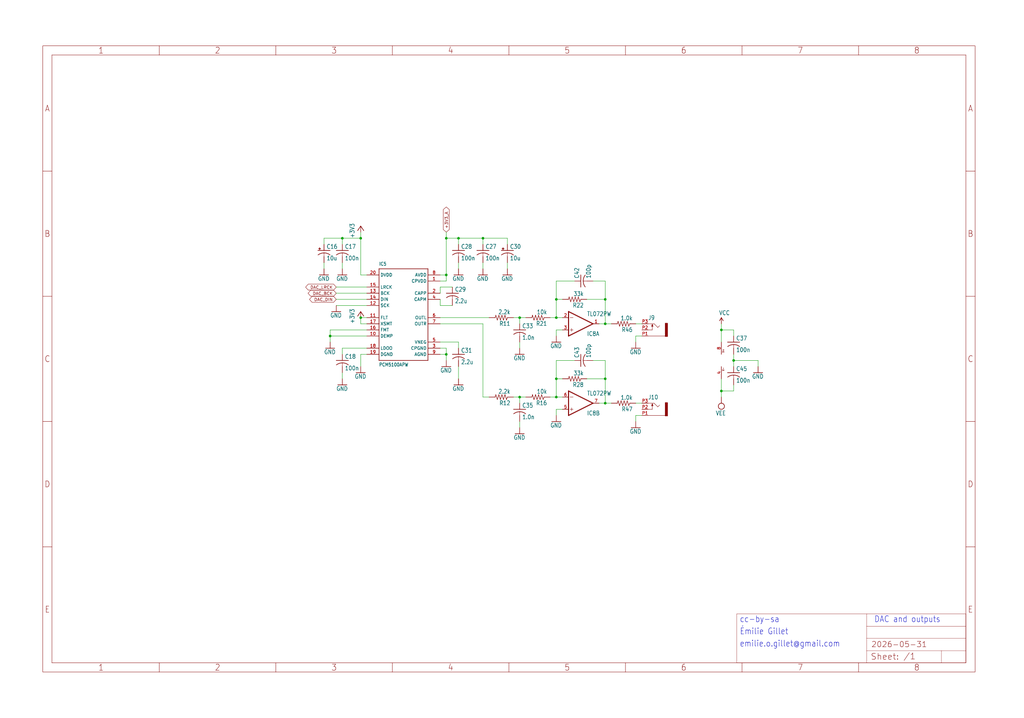
<source format=kicad_sch>
(kicad_sch
	(version 20231120)
	(generator "eeschema")
	(generator_version "8.0")
	(uuid "cd598ea0-83eb-42a5-960c-76a444a17715")
	(paper "User" 425.45 298.602)
	(lib_symbols
		(symbol "plaits4U-eagle-import:+3V3"
			(power)
			(exclude_from_sim no)
			(in_bom yes)
			(on_board yes)
			(property "Reference" "#+3V3"
				(at 0 0 0)
				(effects
					(font
						(size 1.27 1.27)
					)
					(hide yes)
				)
			)
			(property "Value" ""
				(at -2.54 -5.08 90)
				(effects
					(font
						(size 1.778 1.5113)
					)
					(justify left bottom)
				)
			)
			(property "Footprint" ""
				(at 0 0 0)
				(effects
					(font
						(size 1.27 1.27)
					)
					(hide yes)
				)
			)
			(property "Datasheet" ""
				(at 0 0 0)
				(effects
					(font
						(size 1.27 1.27)
					)
					(hide yes)
				)
			)
			(property "Description" "SUPPLY SYMBOL"
				(at 0 0 0)
				(effects
					(font
						(size 1.27 1.27)
					)
					(hide yes)
				)
			)
			(property "ki_locked" ""
				(at 0 0 0)
				(effects
					(font
						(size 1.27 1.27)
					)
				)
			)
			(symbol "+3V3_1_0"
				(polyline
					(pts
						(xy 0 0) (xy -1.27 -1.905)
					)
					(stroke
						(width 0.254)
						(type solid)
					)
					(fill
						(type none)
					)
				)
				(polyline
					(pts
						(xy 1.27 -1.905) (xy 0 0)
					)
					(stroke
						(width 0.254)
						(type solid)
					)
					(fill
						(type none)
					)
				)
				(pin power_in line
					(at 0 -2.54 90)
					(length 2.54)
					(name "+3V3"
						(effects
							(font
								(size 0 0)
							)
						)
					)
					(number "1"
						(effects
							(font
								(size 0 0)
							)
						)
					)
				)
			)
		)
		(symbol "plaits4U-eagle-import:A3L-LOC"
			(exclude_from_sim no)
			(in_bom yes)
			(on_board yes)
			(property "Reference" "#FRAME"
				(at 0 0 0)
				(effects
					(font
						(size 1.27 1.27)
					)
					(hide yes)
				)
			)
			(property "Value" ""
				(at 0 0 0)
				(effects
					(font
						(size 1.27 1.27)
					)
					(hide yes)
				)
			)
			(property "Footprint" ""
				(at 0 0 0)
				(effects
					(font
						(size 1.27 1.27)
					)
					(hide yes)
				)
			)
			(property "Datasheet" ""
				(at 0 0 0)
				(effects
					(font
						(size 1.27 1.27)
					)
					(hide yes)
				)
			)
			(property "Description" "FRAME\n\nDIN A3, landscape with location and doc. field"
				(at 0 0 0)
				(effects
					(font
						(size 1.27 1.27)
					)
					(hide yes)
				)
			)
			(property "ki_locked" ""
				(at 0 0 0)
				(effects
					(font
						(size 1.27 1.27)
					)
				)
			)
			(symbol "A3L-LOC_1_0"
				(polyline
					(pts
						(xy 0 52.07) (xy 3.81 52.07)
					)
					(stroke
						(width 0)
						(type default)
					)
					(fill
						(type none)
					)
				)
				(polyline
					(pts
						(xy 0 104.14) (xy 3.81 104.14)
					)
					(stroke
						(width 0)
						(type default)
					)
					(fill
						(type none)
					)
				)
				(polyline
					(pts
						(xy 0 156.21) (xy 3.81 156.21)
					)
					(stroke
						(width 0)
						(type default)
					)
					(fill
						(type none)
					)
				)
				(polyline
					(pts
						(xy 0 208.28) (xy 3.81 208.28)
					)
					(stroke
						(width 0)
						(type default)
					)
					(fill
						(type none)
					)
				)
				(polyline
					(pts
						(xy 3.81 3.81) (xy 3.81 256.54)
					)
					(stroke
						(width 0)
						(type default)
					)
					(fill
						(type none)
					)
				)
				(polyline
					(pts
						(xy 48.4188 0) (xy 48.4188 3.81)
					)
					(stroke
						(width 0)
						(type default)
					)
					(fill
						(type none)
					)
				)
				(polyline
					(pts
						(xy 48.4188 256.54) (xy 48.4188 260.35)
					)
					(stroke
						(width 0)
						(type default)
					)
					(fill
						(type none)
					)
				)
				(polyline
					(pts
						(xy 96.8375 0) (xy 96.8375 3.81)
					)
					(stroke
						(width 0)
						(type default)
					)
					(fill
						(type none)
					)
				)
				(polyline
					(pts
						(xy 96.8375 256.54) (xy 96.8375 260.35)
					)
					(stroke
						(width 0)
						(type default)
					)
					(fill
						(type none)
					)
				)
				(polyline
					(pts
						(xy 145.2563 0) (xy 145.2563 3.81)
					)
					(stroke
						(width 0)
						(type default)
					)
					(fill
						(type none)
					)
				)
				(polyline
					(pts
						(xy 145.2563 256.54) (xy 145.2563 260.35)
					)
					(stroke
						(width 0)
						(type default)
					)
					(fill
						(type none)
					)
				)
				(polyline
					(pts
						(xy 193.675 0) (xy 193.675 3.81)
					)
					(stroke
						(width 0)
						(type default)
					)
					(fill
						(type none)
					)
				)
				(polyline
					(pts
						(xy 193.675 256.54) (xy 193.675 260.35)
					)
					(stroke
						(width 0)
						(type default)
					)
					(fill
						(type none)
					)
				)
				(polyline
					(pts
						(xy 242.0938 0) (xy 242.0938 3.81)
					)
					(stroke
						(width 0)
						(type default)
					)
					(fill
						(type none)
					)
				)
				(polyline
					(pts
						(xy 242.0938 256.54) (xy 242.0938 260.35)
					)
					(stroke
						(width 0)
						(type default)
					)
					(fill
						(type none)
					)
				)
				(polyline
					(pts
						(xy 288.29 3.81) (xy 288.29 24.13)
					)
					(stroke
						(width 0.1016)
						(type solid)
					)
					(fill
						(type none)
					)
				)
				(polyline
					(pts
						(xy 288.29 3.81) (xy 342.265 3.81)
					)
					(stroke
						(width 0.1016)
						(type solid)
					)
					(fill
						(type none)
					)
				)
				(polyline
					(pts
						(xy 288.29 24.13) (xy 342.265 24.13)
					)
					(stroke
						(width 0.1016)
						(type solid)
					)
					(fill
						(type none)
					)
				)
				(polyline
					(pts
						(xy 290.5125 0) (xy 290.5125 3.81)
					)
					(stroke
						(width 0)
						(type default)
					)
					(fill
						(type none)
					)
				)
				(polyline
					(pts
						(xy 290.5125 256.54) (xy 290.5125 260.35)
					)
					(stroke
						(width 0)
						(type default)
					)
					(fill
						(type none)
					)
				)
				(polyline
					(pts
						(xy 338.9313 0) (xy 338.9313 3.81)
					)
					(stroke
						(width 0)
						(type default)
					)
					(fill
						(type none)
					)
				)
				(polyline
					(pts
						(xy 338.9313 256.54) (xy 338.9313 260.35)
					)
					(stroke
						(width 0)
						(type default)
					)
					(fill
						(type none)
					)
				)
				(polyline
					(pts
						(xy 342.265 3.81) (xy 373.38 3.81)
					)
					(stroke
						(width 0.1016)
						(type solid)
					)
					(fill
						(type none)
					)
				)
				(polyline
					(pts
						(xy 342.265 8.89) (xy 342.265 3.81)
					)
					(stroke
						(width 0.1016)
						(type solid)
					)
					(fill
						(type none)
					)
				)
				(polyline
					(pts
						(xy 342.265 8.89) (xy 342.265 13.97)
					)
					(stroke
						(width 0.1016)
						(type solid)
					)
					(fill
						(type none)
					)
				)
				(polyline
					(pts
						(xy 342.265 13.97) (xy 342.265 19.05)
					)
					(stroke
						(width 0.1016)
						(type solid)
					)
					(fill
						(type none)
					)
				)
				(polyline
					(pts
						(xy 342.265 13.97) (xy 383.54 13.97)
					)
					(stroke
						(width 0.1016)
						(type solid)
					)
					(fill
						(type none)
					)
				)
				(polyline
					(pts
						(xy 342.265 19.05) (xy 342.265 24.13)
					)
					(stroke
						(width 0.1016)
						(type solid)
					)
					(fill
						(type none)
					)
				)
				(polyline
					(pts
						(xy 342.265 19.05) (xy 383.54 19.05)
					)
					(stroke
						(width 0.1016)
						(type solid)
					)
					(fill
						(type none)
					)
				)
				(polyline
					(pts
						(xy 342.265 24.13) (xy 383.54 24.13)
					)
					(stroke
						(width 0.1016)
						(type solid)
					)
					(fill
						(type none)
					)
				)
				(polyline
					(pts
						(xy 373.38 3.81) (xy 373.38 8.89)
					)
					(stroke
						(width 0.1016)
						(type solid)
					)
					(fill
						(type none)
					)
				)
				(polyline
					(pts
						(xy 373.38 3.81) (xy 383.54 3.81)
					)
					(stroke
						(width 0.1016)
						(type solid)
					)
					(fill
						(type none)
					)
				)
				(polyline
					(pts
						(xy 373.38 8.89) (xy 342.265 8.89)
					)
					(stroke
						(width 0.1016)
						(type solid)
					)
					(fill
						(type none)
					)
				)
				(polyline
					(pts
						(xy 373.38 8.89) (xy 383.54 8.89)
					)
					(stroke
						(width 0.1016)
						(type solid)
					)
					(fill
						(type none)
					)
				)
				(polyline
					(pts
						(xy 383.54 3.81) (xy 3.81 3.81)
					)
					(stroke
						(width 0)
						(type default)
					)
					(fill
						(type none)
					)
				)
				(polyline
					(pts
						(xy 383.54 3.81) (xy 383.54 8.89)
					)
					(stroke
						(width 0.1016)
						(type solid)
					)
					(fill
						(type none)
					)
				)
				(polyline
					(pts
						(xy 383.54 3.81) (xy 383.54 256.54)
					)
					(stroke
						(width 0)
						(type default)
					)
					(fill
						(type none)
					)
				)
				(polyline
					(pts
						(xy 383.54 8.89) (xy 383.54 13.97)
					)
					(stroke
						(width 0.1016)
						(type solid)
					)
					(fill
						(type none)
					)
				)
				(polyline
					(pts
						(xy 383.54 13.97) (xy 383.54 19.05)
					)
					(stroke
						(width 0.1016)
						(type solid)
					)
					(fill
						(type none)
					)
				)
				(polyline
					(pts
						(xy 383.54 19.05) (xy 383.54 24.13)
					)
					(stroke
						(width 0.1016)
						(type solid)
					)
					(fill
						(type none)
					)
				)
				(polyline
					(pts
						(xy 383.54 52.07) (xy 387.35 52.07)
					)
					(stroke
						(width 0)
						(type default)
					)
					(fill
						(type none)
					)
				)
				(polyline
					(pts
						(xy 383.54 104.14) (xy 387.35 104.14)
					)
					(stroke
						(width 0)
						(type default)
					)
					(fill
						(type none)
					)
				)
				(polyline
					(pts
						(xy 383.54 156.21) (xy 387.35 156.21)
					)
					(stroke
						(width 0)
						(type default)
					)
					(fill
						(type none)
					)
				)
				(polyline
					(pts
						(xy 383.54 208.28) (xy 387.35 208.28)
					)
					(stroke
						(width 0)
						(type default)
					)
					(fill
						(type none)
					)
				)
				(polyline
					(pts
						(xy 383.54 256.54) (xy 3.81 256.54)
					)
					(stroke
						(width 0)
						(type default)
					)
					(fill
						(type none)
					)
				)
				(polyline
					(pts
						(xy 0 0) (xy 387.35 0) (xy 387.35 260.35) (xy 0 260.35) (xy 0 0)
					)
					(stroke
						(width 0)
						(type default)
					)
					(fill
						(type none)
					)
				)
				(text "${#}/${##}"
					(at 357.505 5.08 0)
					(effects
						(font
							(size 2.54 2.54)
						)
						(justify left bottom)
					)
				)
				(text "${CURRENT_DATE}"
					(at 344.17 10.16 0)
					(effects
						(font
							(size 2.286 2.286)
						)
						(justify left bottom)
					)
				)
				(text "${PROJECTNAME}"
					(at 344.17 15.24 0)
					(effects
						(font
							(size 2.54 2.54)
						)
						(justify left bottom)
					)
				)
				(text "1"
					(at 24.2094 1.905 0)
					(effects
						(font
							(size 2.54 2.286)
						)
					)
				)
				(text "1"
					(at 24.2094 258.445 0)
					(effects
						(font
							(size 2.54 2.286)
						)
					)
				)
				(text "2"
					(at 72.6281 1.905 0)
					(effects
						(font
							(size 2.54 2.286)
						)
					)
				)
				(text "2"
					(at 72.6281 258.445 0)
					(effects
						(font
							(size 2.54 2.286)
						)
					)
				)
				(text "3"
					(at 121.0469 1.905 0)
					(effects
						(font
							(size 2.54 2.286)
						)
					)
				)
				(text "3"
					(at 121.0469 258.445 0)
					(effects
						(font
							(size 2.54 2.286)
						)
					)
				)
				(text "4"
					(at 169.4656 1.905 0)
					(effects
						(font
							(size 2.54 2.286)
						)
					)
				)
				(text "4"
					(at 169.4656 258.445 0)
					(effects
						(font
							(size 2.54 2.286)
						)
					)
				)
				(text "5"
					(at 217.8844 1.905 0)
					(effects
						(font
							(size 2.54 2.286)
						)
					)
				)
				(text "5"
					(at 217.8844 258.445 0)
					(effects
						(font
							(size 2.54 2.286)
						)
					)
				)
				(text "6"
					(at 266.3031 1.905 0)
					(effects
						(font
							(size 2.54 2.286)
						)
					)
				)
				(text "6"
					(at 266.3031 258.445 0)
					(effects
						(font
							(size 2.54 2.286)
						)
					)
				)
				(text "7"
					(at 314.7219 1.905 0)
					(effects
						(font
							(size 2.54 2.286)
						)
					)
				)
				(text "7"
					(at 314.7219 258.445 0)
					(effects
						(font
							(size 2.54 2.286)
						)
					)
				)
				(text "8"
					(at 363.1406 1.905 0)
					(effects
						(font
							(size 2.54 2.286)
						)
					)
				)
				(text "8"
					(at 363.1406 258.445 0)
					(effects
						(font
							(size 2.54 2.286)
						)
					)
				)
				(text "A"
					(at 1.905 234.315 0)
					(effects
						(font
							(size 2.54 2.286)
						)
					)
				)
				(text "A"
					(at 385.445 234.315 0)
					(effects
						(font
							(size 2.54 2.286)
						)
					)
				)
				(text "B"
					(at 1.905 182.245 0)
					(effects
						(font
							(size 2.54 2.286)
						)
					)
				)
				(text "B"
					(at 385.445 182.245 0)
					(effects
						(font
							(size 2.54 2.286)
						)
					)
				)
				(text "C"
					(at 1.905 130.175 0)
					(effects
						(font
							(size 2.54 2.286)
						)
					)
				)
				(text "C"
					(at 385.445 130.175 0)
					(effects
						(font
							(size 2.54 2.286)
						)
					)
				)
				(text "D"
					(at 1.905 78.105 0)
					(effects
						(font
							(size 2.54 2.286)
						)
					)
				)
				(text "D"
					(at 385.445 78.105 0)
					(effects
						(font
							(size 2.54 2.286)
						)
					)
				)
				(text "E"
					(at 1.905 26.035 0)
					(effects
						(font
							(size 2.54 2.286)
						)
					)
				)
				(text "E"
					(at 385.445 26.035 0)
					(effects
						(font
							(size 2.54 2.286)
						)
					)
				)
				(text "Sheet:"
					(at 343.916 4.953 0)
					(effects
						(font
							(size 2.54 2.54)
						)
						(justify left bottom)
					)
				)
			)
		)
		(symbol "plaits4U-eagle-import:C-USC0402"
			(exclude_from_sim no)
			(in_bom yes)
			(on_board yes)
			(property "Reference" "C"
				(at 1.016 0.635 0)
				(effects
					(font
						(size 1.778 1.5113)
					)
					(justify left bottom)
				)
			)
			(property "Value" ""
				(at 1.016 -4.191 0)
				(effects
					(font
						(size 1.778 1.5113)
					)
					(justify left bottom)
				)
			)
			(property "Footprint" "plaits4U:C0402"
				(at 0 0 0)
				(effects
					(font
						(size 1.27 1.27)
					)
					(hide yes)
				)
			)
			(property "Datasheet" ""
				(at 0 0 0)
				(effects
					(font
						(size 1.27 1.27)
					)
					(hide yes)
				)
			)
			(property "Description" "CAPACITOR, American symbol"
				(at 0 0 0)
				(effects
					(font
						(size 1.27 1.27)
					)
					(hide yes)
				)
			)
			(property "ki_locked" ""
				(at 0 0 0)
				(effects
					(font
						(size 1.27 1.27)
					)
				)
			)
			(symbol "C-USC0402_1_0"
				(arc
					(start 0 -1.0161)
					(mid -1.302 -1.2303)
					(end -2.4668 -1.8504)
					(stroke
						(width 0.254)
						(type solid)
					)
					(fill
						(type none)
					)
				)
				(polyline
					(pts
						(xy -2.54 0) (xy 2.54 0)
					)
					(stroke
						(width 0.254)
						(type solid)
					)
					(fill
						(type none)
					)
				)
				(polyline
					(pts
						(xy 0 -1.016) (xy 0 -2.54)
					)
					(stroke
						(width 0.1524)
						(type solid)
					)
					(fill
						(type none)
					)
				)
				(arc
					(start 2.4892 -1.8541)
					(mid 1.3158 -1.2194)
					(end 0 -1)
					(stroke
						(width 0.254)
						(type solid)
					)
					(fill
						(type none)
					)
				)
				(pin passive line
					(at 0 2.54 270)
					(length 2.54)
					(name "1"
						(effects
							(font
								(size 0 0)
							)
						)
					)
					(number "1"
						(effects
							(font
								(size 0 0)
							)
						)
					)
				)
				(pin passive line
					(at 0 -5.08 90)
					(length 2.54)
					(name "2"
						(effects
							(font
								(size 0 0)
							)
						)
					)
					(number "2"
						(effects
							(font
								(size 0 0)
							)
						)
					)
				)
			)
		)
		(symbol "plaits4U-eagle-import:C-USC0805"
			(exclude_from_sim no)
			(in_bom yes)
			(on_board yes)
			(property "Reference" "C"
				(at 1.016 0.635 0)
				(effects
					(font
						(size 1.778 1.5113)
					)
					(justify left bottom)
				)
			)
			(property "Value" ""
				(at 1.016 -4.191 0)
				(effects
					(font
						(size 1.778 1.5113)
					)
					(justify left bottom)
				)
			)
			(property "Footprint" "plaits4U:C0805"
				(at 0 0 0)
				(effects
					(font
						(size 1.27 1.27)
					)
					(hide yes)
				)
			)
			(property "Datasheet" ""
				(at 0 0 0)
				(effects
					(font
						(size 1.27 1.27)
					)
					(hide yes)
				)
			)
			(property "Description" "CAPACITOR, American symbol"
				(at 0 0 0)
				(effects
					(font
						(size 1.27 1.27)
					)
					(hide yes)
				)
			)
			(property "ki_locked" ""
				(at 0 0 0)
				(effects
					(font
						(size 1.27 1.27)
					)
				)
			)
			(symbol "C-USC0805_1_0"
				(arc
					(start 0 -1.0161)
					(mid -1.302 -1.2303)
					(end -2.4668 -1.8504)
					(stroke
						(width 0.254)
						(type solid)
					)
					(fill
						(type none)
					)
				)
				(polyline
					(pts
						(xy -2.54 0) (xy 2.54 0)
					)
					(stroke
						(width 0.254)
						(type solid)
					)
					(fill
						(type none)
					)
				)
				(polyline
					(pts
						(xy 0 -1.016) (xy 0 -2.54)
					)
					(stroke
						(width 0.1524)
						(type solid)
					)
					(fill
						(type none)
					)
				)
				(arc
					(start 2.4892 -1.8541)
					(mid 1.3158 -1.2194)
					(end 0 -1)
					(stroke
						(width 0.254)
						(type solid)
					)
					(fill
						(type none)
					)
				)
				(pin passive line
					(at 0 2.54 270)
					(length 2.54)
					(name "1"
						(effects
							(font
								(size 0 0)
							)
						)
					)
					(number "1"
						(effects
							(font
								(size 0 0)
							)
						)
					)
				)
				(pin passive line
					(at 0 -5.08 90)
					(length 2.54)
					(name "2"
						(effects
							(font
								(size 0 0)
							)
						)
					)
					(number "2"
						(effects
							(font
								(size 0 0)
							)
						)
					)
				)
			)
		)
		(symbol "plaits4U-eagle-import:CPOL-USA"
			(exclude_from_sim no)
			(in_bom yes)
			(on_board yes)
			(property "Reference" "C"
				(at 1.016 0.635 0)
				(effects
					(font
						(size 1.778 1.5113)
					)
					(justify left bottom)
				)
			)
			(property "Value" ""
				(at 1.016 -4.191 0)
				(effects
					(font
						(size 1.778 1.5113)
					)
					(justify left bottom)
				)
			)
			(property "Footprint" "plaits4U:PANASONIC_A"
				(at 0 0 0)
				(effects
					(font
						(size 1.27 1.27)
					)
					(hide yes)
				)
			)
			(property "Datasheet" ""
				(at 0 0 0)
				(effects
					(font
						(size 1.27 1.27)
					)
					(hide yes)
				)
			)
			(property "Description" "POLARIZED CAPACITOR, American symbol"
				(at 0 0 0)
				(effects
					(font
						(size 1.27 1.27)
					)
					(hide yes)
				)
			)
			(property "ki_locked" ""
				(at 0 0 0)
				(effects
					(font
						(size 1.27 1.27)
					)
				)
			)
			(symbol "CPOL-USA_1_0"
				(rectangle
					(start -2.253 0.668)
					(end -1.364 0.795)
					(stroke
						(width 0)
						(type default)
					)
					(fill
						(type outline)
					)
				)
				(rectangle
					(start -1.872 0.287)
					(end -1.745 1.176)
					(stroke
						(width 0)
						(type default)
					)
					(fill
						(type outline)
					)
				)
				(arc
					(start 0 -1.0161)
					(mid -1.3021 -1.2303)
					(end -2.4669 -1.8504)
					(stroke
						(width 0.254)
						(type solid)
					)
					(fill
						(type none)
					)
				)
				(polyline
					(pts
						(xy -2.54 0) (xy 2.54 0)
					)
					(stroke
						(width 0.254)
						(type solid)
					)
					(fill
						(type none)
					)
				)
				(polyline
					(pts
						(xy 0 -1.016) (xy 0 -2.54)
					)
					(stroke
						(width 0.1524)
						(type solid)
					)
					(fill
						(type none)
					)
				)
				(arc
					(start 2.4892 -1.8541)
					(mid 1.3158 -1.2194)
					(end 0 -1)
					(stroke
						(width 0.254)
						(type solid)
					)
					(fill
						(type none)
					)
				)
				(pin passive line
					(at 0 2.54 270)
					(length 2.54)
					(name "+"
						(effects
							(font
								(size 0 0)
							)
						)
					)
					(number "+"
						(effects
							(font
								(size 0 0)
							)
						)
					)
				)
				(pin passive line
					(at 0 -5.08 90)
					(length 2.54)
					(name "-"
						(effects
							(font
								(size 0 0)
							)
						)
					)
					(number "-"
						(effects
							(font
								(size 0 0)
							)
						)
					)
				)
			)
		)
		(symbol "plaits4U-eagle-import:GND"
			(power)
			(exclude_from_sim no)
			(in_bom yes)
			(on_board yes)
			(property "Reference" "#GND"
				(at 0 0 0)
				(effects
					(font
						(size 1.27 1.27)
					)
					(hide yes)
				)
			)
			(property "Value" ""
				(at -2.54 -2.54 0)
				(effects
					(font
						(size 1.778 1.5113)
					)
					(justify left bottom)
				)
			)
			(property "Footprint" ""
				(at 0 0 0)
				(effects
					(font
						(size 1.27 1.27)
					)
					(hide yes)
				)
			)
			(property "Datasheet" ""
				(at 0 0 0)
				(effects
					(font
						(size 1.27 1.27)
					)
					(hide yes)
				)
			)
			(property "Description" "SUPPLY SYMBOL"
				(at 0 0 0)
				(effects
					(font
						(size 1.27 1.27)
					)
					(hide yes)
				)
			)
			(property "ki_locked" ""
				(at 0 0 0)
				(effects
					(font
						(size 1.27 1.27)
					)
				)
			)
			(symbol "GND_1_0"
				(polyline
					(pts
						(xy -1.905 0) (xy 1.905 0)
					)
					(stroke
						(width 0.254)
						(type solid)
					)
					(fill
						(type none)
					)
				)
				(pin power_in line
					(at 0 2.54 270)
					(length 2.54)
					(name "GND"
						(effects
							(font
								(size 0 0)
							)
						)
					)
					(number "1"
						(effects
							(font
								(size 0 0)
							)
						)
					)
				)
			)
		)
		(symbol "plaits4U-eagle-import:PCM5100PW"
			(exclude_from_sim no)
			(in_bom yes)
			(on_board yes)
			(property "Reference" "IC"
				(at -10.16 21.59 0)
				(effects
					(font
						(size 1.4224 1.209)
					)
					(justify left bottom)
				)
			)
			(property "Value" ""
				(at -10.16 -20.32 0)
				(effects
					(font
						(size 1.4224 1.209)
					)
					(justify left bottom)
				)
			)
			(property "Footprint" "plaits4U:SSOP20"
				(at 0 0 0)
				(effects
					(font
						(size 1.27 1.27)
					)
					(hide yes)
				)
			)
			(property "Datasheet" ""
				(at 0 0 0)
				(effects
					(font
						(size 1.27 1.27)
					)
					(hide yes)
				)
			)
			(property "Description" ""
				(at 0 0 0)
				(effects
					(font
						(size 1.27 1.27)
					)
					(hide yes)
				)
			)
			(property "ki_locked" ""
				(at 0 0 0)
				(effects
					(font
						(size 1.27 1.27)
					)
				)
			)
			(symbol "PCM5100PW_1_0"
				(polyline
					(pts
						(xy -10.16 -17.78) (xy -10.16 20.32)
					)
					(stroke
						(width 0.254)
						(type solid)
					)
					(fill
						(type none)
					)
				)
				(polyline
					(pts
						(xy -10.16 20.32) (xy 10.16 20.32)
					)
					(stroke
						(width 0.254)
						(type solid)
					)
					(fill
						(type none)
					)
				)
				(polyline
					(pts
						(xy 10.16 -17.78) (xy -10.16 -17.78)
					)
					(stroke
						(width 0.254)
						(type solid)
					)
					(fill
						(type none)
					)
				)
				(polyline
					(pts
						(xy 10.16 20.32) (xy 10.16 -17.78)
					)
					(stroke
						(width 0.254)
						(type solid)
					)
					(fill
						(type none)
					)
				)
				(pin bidirectional line
					(at 15.24 15.24 180)
					(length 5.08)
					(name "CPVDD"
						(effects
							(font
								(size 1.27 1.27)
							)
						)
					)
					(number "1"
						(effects
							(font
								(size 1.27 1.27)
							)
						)
					)
				)
				(pin input line
					(at -15.24 -7.62 0)
					(length 5.08)
					(name "DEMP"
						(effects
							(font
								(size 1.27 1.27)
							)
						)
					)
					(number "10"
						(effects
							(font
								(size 1.27 1.27)
							)
						)
					)
				)
				(pin input line
					(at -15.24 0 0)
					(length 5.08)
					(name "FLT"
						(effects
							(font
								(size 1.27 1.27)
							)
						)
					)
					(number "11"
						(effects
							(font
								(size 1.27 1.27)
							)
						)
					)
				)
				(pin input line
					(at -15.24 5.08 0)
					(length 5.08)
					(name "SCK"
						(effects
							(font
								(size 1.27 1.27)
							)
						)
					)
					(number "12"
						(effects
							(font
								(size 1.27 1.27)
							)
						)
					)
				)
				(pin input line
					(at -15.24 10.16 0)
					(length 5.08)
					(name "BCK"
						(effects
							(font
								(size 1.27 1.27)
							)
						)
					)
					(number "13"
						(effects
							(font
								(size 1.27 1.27)
							)
						)
					)
				)
				(pin input line
					(at -15.24 7.62 0)
					(length 5.08)
					(name "DIN"
						(effects
							(font
								(size 1.27 1.27)
							)
						)
					)
					(number "14"
						(effects
							(font
								(size 1.27 1.27)
							)
						)
					)
				)
				(pin input line
					(at -15.24 12.7 0)
					(length 5.08)
					(name "LRCK"
						(effects
							(font
								(size 1.27 1.27)
							)
						)
					)
					(number "15"
						(effects
							(font
								(size 1.27 1.27)
							)
						)
					)
				)
				(pin input line
					(at -15.24 -5.08 0)
					(length 5.08)
					(name "FMT"
						(effects
							(font
								(size 1.27 1.27)
							)
						)
					)
					(number "16"
						(effects
							(font
								(size 1.27 1.27)
							)
						)
					)
				)
				(pin input line
					(at -15.24 -2.54 0)
					(length 5.08)
					(name "XSMT"
						(effects
							(font
								(size 1.27 1.27)
							)
						)
					)
					(number "17"
						(effects
							(font
								(size 1.27 1.27)
							)
						)
					)
				)
				(pin bidirectional line
					(at -15.24 -12.7 0)
					(length 5.08)
					(name "LDOO"
						(effects
							(font
								(size 1.27 1.27)
							)
						)
					)
					(number "18"
						(effects
							(font
								(size 1.27 1.27)
							)
						)
					)
				)
				(pin power_in line
					(at -15.24 -15.24 0)
					(length 5.08)
					(name "DGND"
						(effects
							(font
								(size 1.27 1.27)
							)
						)
					)
					(number "19"
						(effects
							(font
								(size 1.27 1.27)
							)
						)
					)
				)
				(pin bidirectional line
					(at 15.24 10.16 180)
					(length 5.08)
					(name "CAPP"
						(effects
							(font
								(size 1.27 1.27)
							)
						)
					)
					(number "2"
						(effects
							(font
								(size 1.27 1.27)
							)
						)
					)
				)
				(pin power_in line
					(at -15.24 17.78 0)
					(length 5.08)
					(name "DVDD"
						(effects
							(font
								(size 1.27 1.27)
							)
						)
					)
					(number "20"
						(effects
							(font
								(size 1.27 1.27)
							)
						)
					)
				)
				(pin bidirectional line
					(at 15.24 -12.7 180)
					(length 5.08)
					(name "CPGND"
						(effects
							(font
								(size 1.27 1.27)
							)
						)
					)
					(number "3"
						(effects
							(font
								(size 1.27 1.27)
							)
						)
					)
				)
				(pin bidirectional line
					(at 15.24 7.62 180)
					(length 5.08)
					(name "CAPM"
						(effects
							(font
								(size 1.27 1.27)
							)
						)
					)
					(number "4"
						(effects
							(font
								(size 1.27 1.27)
							)
						)
					)
				)
				(pin input line
					(at 15.24 -10.16 180)
					(length 5.08)
					(name "VNEG"
						(effects
							(font
								(size 1.27 1.27)
							)
						)
					)
					(number "5"
						(effects
							(font
								(size 1.27 1.27)
							)
						)
					)
				)
				(pin output line
					(at 15.24 0 180)
					(length 5.08)
					(name "OUTL"
						(effects
							(font
								(size 1.27 1.27)
							)
						)
					)
					(number "6"
						(effects
							(font
								(size 1.27 1.27)
							)
						)
					)
				)
				(pin output line
					(at 15.24 -2.54 180)
					(length 5.08)
					(name "OUTR"
						(effects
							(font
								(size 1.27 1.27)
							)
						)
					)
					(number "7"
						(effects
							(font
								(size 1.27 1.27)
							)
						)
					)
				)
				(pin power_in line
					(at 15.24 17.78 180)
					(length 5.08)
					(name "AVDD"
						(effects
							(font
								(size 1.27 1.27)
							)
						)
					)
					(number "8"
						(effects
							(font
								(size 1.27 1.27)
							)
						)
					)
				)
				(pin power_in line
					(at 15.24 -15.24 180)
					(length 5.08)
					(name "AGND"
						(effects
							(font
								(size 1.27 1.27)
							)
						)
					)
					(number "9"
						(effects
							(font
								(size 1.27 1.27)
							)
						)
					)
				)
			)
		)
		(symbol "plaits4U-eagle-import:PJ301_THONKICONN6"
			(exclude_from_sim no)
			(in_bom yes)
			(on_board yes)
			(property "Reference" "J"
				(at -2.54 4.064 0)
				(effects
					(font
						(size 1.778 1.5113)
					)
					(justify left bottom)
				)
			)
			(property "Value" ""
				(at 0 0 0)
				(effects
					(font
						(size 1.27 1.27)
					)
					(hide yes)
				)
			)
			(property "Footprint" "plaits4U:WQP_PJ_301M6"
				(at 0 0 0)
				(effects
					(font
						(size 1.27 1.27)
					)
					(hide yes)
				)
			)
			(property "Datasheet" ""
				(at 0 0 0)
				(effects
					(font
						(size 1.27 1.27)
					)
					(hide yes)
				)
			)
			(property "Description" ""
				(at 0 0 0)
				(effects
					(font
						(size 1.27 1.27)
					)
					(hide yes)
				)
			)
			(property "ki_locked" ""
				(at 0 0 0)
				(effects
					(font
						(size 1.27 1.27)
					)
				)
			)
			(symbol "PJ301_THONKICONN6_1_0"
				(polyline
					(pts
						(xy -2.54 -2.54) (xy 4.572 -2.54)
					)
					(stroke
						(width 0.1524)
						(type solid)
					)
					(fill
						(type none)
					)
				)
				(polyline
					(pts
						(xy -2.54 0) (xy -0.762 0)
					)
					(stroke
						(width 0.1524)
						(type solid)
					)
					(fill
						(type none)
					)
				)
				(polyline
					(pts
						(xy -2.54 2.54) (xy 0 2.54)
					)
					(stroke
						(width 0.1524)
						(type solid)
					)
					(fill
						(type none)
					)
				)
				(polyline
					(pts
						(xy -1.016 1.524) (xy -0.508 1.524)
					)
					(stroke
						(width 0.254)
						(type solid)
					)
					(fill
						(type none)
					)
				)
				(polyline
					(pts
						(xy -0.762 0) (xy -0.762 2.286)
					)
					(stroke
						(width 0.1524)
						(type solid)
					)
					(fill
						(type none)
					)
				)
				(polyline
					(pts
						(xy -0.762 2.286) (xy -1.016 1.524)
					)
					(stroke
						(width 0.254)
						(type solid)
					)
					(fill
						(type none)
					)
				)
				(polyline
					(pts
						(xy -0.508 1.524) (xy -0.762 2.286)
					)
					(stroke
						(width 0.254)
						(type solid)
					)
					(fill
						(type none)
					)
				)
				(polyline
					(pts
						(xy 0 2.54) (xy 1.524 1.016)
					)
					(stroke
						(width 0.1524)
						(type solid)
					)
					(fill
						(type none)
					)
				)
				(polyline
					(pts
						(xy 1.524 1.016) (xy 2.286 1.778)
					)
					(stroke
						(width 0.1524)
						(type solid)
					)
					(fill
						(type none)
					)
				)
				(rectangle
					(start 4.572 2.794)
					(end 5.588 -2.794)
					(stroke
						(width 0)
						(type default)
					)
					(fill
						(type outline)
					)
				)
				(pin passive line
					(at -5.08 -2.54 0)
					(length 2.54)
					(name "1"
						(effects
							(font
								(size 0 0)
							)
						)
					)
					(number "P1"
						(effects
							(font
								(size 1.27 1.27)
							)
						)
					)
				)
				(pin passive line
					(at -5.08 0 0)
					(length 2.54)
					(name "2"
						(effects
							(font
								(size 0 0)
							)
						)
					)
					(number "P2"
						(effects
							(font
								(size 1.27 1.27)
							)
						)
					)
				)
				(pin passive line
					(at -5.08 2.54 0)
					(length 2.54)
					(name "3"
						(effects
							(font
								(size 0 0)
							)
						)
					)
					(number "P3"
						(effects
							(font
								(size 1.27 1.27)
							)
						)
					)
				)
			)
		)
		(symbol "plaits4U-eagle-import:R-US_R0402"
			(exclude_from_sim no)
			(in_bom yes)
			(on_board yes)
			(property "Reference" "R"
				(at -3.81 1.4986 0)
				(effects
					(font
						(size 1.778 1.5113)
					)
					(justify left bottom)
				)
			)
			(property "Value" ""
				(at -3.81 -3.302 0)
				(effects
					(font
						(size 1.778 1.5113)
					)
					(justify left bottom)
				)
			)
			(property "Footprint" "plaits4U:R0402"
				(at 0 0 0)
				(effects
					(font
						(size 1.27 1.27)
					)
					(hide yes)
				)
			)
			(property "Datasheet" ""
				(at 0 0 0)
				(effects
					(font
						(size 1.27 1.27)
					)
					(hide yes)
				)
			)
			(property "Description" "RESISTOR, American symbol"
				(at 0 0 0)
				(effects
					(font
						(size 1.27 1.27)
					)
					(hide yes)
				)
			)
			(property "ki_locked" ""
				(at 0 0 0)
				(effects
					(font
						(size 1.27 1.27)
					)
				)
			)
			(symbol "R-US_R0402_1_0"
				(polyline
					(pts
						(xy -2.54 0) (xy -2.159 1.016)
					)
					(stroke
						(width 0.2032)
						(type solid)
					)
					(fill
						(type none)
					)
				)
				(polyline
					(pts
						(xy -2.159 1.016) (xy -1.524 -1.016)
					)
					(stroke
						(width 0.2032)
						(type solid)
					)
					(fill
						(type none)
					)
				)
				(polyline
					(pts
						(xy -1.524 -1.016) (xy -0.889 1.016)
					)
					(stroke
						(width 0.2032)
						(type solid)
					)
					(fill
						(type none)
					)
				)
				(polyline
					(pts
						(xy -0.889 1.016) (xy -0.254 -1.016)
					)
					(stroke
						(width 0.2032)
						(type solid)
					)
					(fill
						(type none)
					)
				)
				(polyline
					(pts
						(xy -0.254 -1.016) (xy 0.381 1.016)
					)
					(stroke
						(width 0.2032)
						(type solid)
					)
					(fill
						(type none)
					)
				)
				(polyline
					(pts
						(xy 0.381 1.016) (xy 1.016 -1.016)
					)
					(stroke
						(width 0.2032)
						(type solid)
					)
					(fill
						(type none)
					)
				)
				(polyline
					(pts
						(xy 1.016 -1.016) (xy 1.651 1.016)
					)
					(stroke
						(width 0.2032)
						(type solid)
					)
					(fill
						(type none)
					)
				)
				(polyline
					(pts
						(xy 1.651 1.016) (xy 2.286 -1.016)
					)
					(stroke
						(width 0.2032)
						(type solid)
					)
					(fill
						(type none)
					)
				)
				(polyline
					(pts
						(xy 2.286 -1.016) (xy 2.54 0)
					)
					(stroke
						(width 0.2032)
						(type solid)
					)
					(fill
						(type none)
					)
				)
				(pin passive line
					(at -5.08 0 0)
					(length 2.54)
					(name "1"
						(effects
							(font
								(size 0 0)
							)
						)
					)
					(number "1"
						(effects
							(font
								(size 0 0)
							)
						)
					)
				)
				(pin passive line
					(at 5.08 0 180)
					(length 2.54)
					(name "2"
						(effects
							(font
								(size 0 0)
							)
						)
					)
					(number "2"
						(effects
							(font
								(size 0 0)
							)
						)
					)
				)
			)
		)
		(symbol "plaits4U-eagle-import:R-US_R0603"
			(exclude_from_sim no)
			(in_bom yes)
			(on_board yes)
			(property "Reference" "R"
				(at -3.81 1.4986 0)
				(effects
					(font
						(size 1.778 1.5113)
					)
					(justify left bottom)
				)
			)
			(property "Value" ""
				(at -3.81 -3.302 0)
				(effects
					(font
						(size 1.778 1.5113)
					)
					(justify left bottom)
				)
			)
			(property "Footprint" "plaits4U:R0603"
				(at 0 0 0)
				(effects
					(font
						(size 1.27 1.27)
					)
					(hide yes)
				)
			)
			(property "Datasheet" ""
				(at 0 0 0)
				(effects
					(font
						(size 1.27 1.27)
					)
					(hide yes)
				)
			)
			(property "Description" "RESISTOR, American symbol"
				(at 0 0 0)
				(effects
					(font
						(size 1.27 1.27)
					)
					(hide yes)
				)
			)
			(property "ki_locked" ""
				(at 0 0 0)
				(effects
					(font
						(size 1.27 1.27)
					)
				)
			)
			(symbol "R-US_R0603_1_0"
				(polyline
					(pts
						(xy -2.54 0) (xy -2.159 1.016)
					)
					(stroke
						(width 0.2032)
						(type solid)
					)
					(fill
						(type none)
					)
				)
				(polyline
					(pts
						(xy -2.159 1.016) (xy -1.524 -1.016)
					)
					(stroke
						(width 0.2032)
						(type solid)
					)
					(fill
						(type none)
					)
				)
				(polyline
					(pts
						(xy -1.524 -1.016) (xy -0.889 1.016)
					)
					(stroke
						(width 0.2032)
						(type solid)
					)
					(fill
						(type none)
					)
				)
				(polyline
					(pts
						(xy -0.889 1.016) (xy -0.254 -1.016)
					)
					(stroke
						(width 0.2032)
						(type solid)
					)
					(fill
						(type none)
					)
				)
				(polyline
					(pts
						(xy -0.254 -1.016) (xy 0.381 1.016)
					)
					(stroke
						(width 0.2032)
						(type solid)
					)
					(fill
						(type none)
					)
				)
				(polyline
					(pts
						(xy 0.381 1.016) (xy 1.016 -1.016)
					)
					(stroke
						(width 0.2032)
						(type solid)
					)
					(fill
						(type none)
					)
				)
				(polyline
					(pts
						(xy 1.016 -1.016) (xy 1.651 1.016)
					)
					(stroke
						(width 0.2032)
						(type solid)
					)
					(fill
						(type none)
					)
				)
				(polyline
					(pts
						(xy 1.651 1.016) (xy 2.286 -1.016)
					)
					(stroke
						(width 0.2032)
						(type solid)
					)
					(fill
						(type none)
					)
				)
				(polyline
					(pts
						(xy 2.286 -1.016) (xy 2.54 0)
					)
					(stroke
						(width 0.2032)
						(type solid)
					)
					(fill
						(type none)
					)
				)
				(pin passive line
					(at -5.08 0 0)
					(length 2.54)
					(name "1"
						(effects
							(font
								(size 0 0)
							)
						)
					)
					(number "1"
						(effects
							(font
								(size 0 0)
							)
						)
					)
				)
				(pin passive line
					(at 5.08 0 180)
					(length 2.54)
					(name "2"
						(effects
							(font
								(size 0 0)
							)
						)
					)
					(number "2"
						(effects
							(font
								(size 0 0)
							)
						)
					)
				)
			)
		)
		(symbol "plaits4U-eagle-import:TL072PW"
			(exclude_from_sim no)
			(in_bom yes)
			(on_board yes)
			(property "Reference" "IC"
				(at 2.54 3.175 0)
				(effects
					(font
						(size 1.778 1.5113)
					)
					(justify left bottom)
					(hide yes)
				)
			)
			(property "Value" ""
				(at 2.54 -5.08 0)
				(effects
					(font
						(size 1.778 1.5113)
					)
					(justify left bottom)
					(hide yes)
				)
			)
			(property "Footprint" "plaits4U:TSSOP08"
				(at 0 0 0)
				(effects
					(font
						(size 1.27 1.27)
					)
					(hide yes)
				)
			)
			(property "Datasheet" ""
				(at 0 0 0)
				(effects
					(font
						(size 1.27 1.27)
					)
					(hide yes)
				)
			)
			(property "Description" "OP AMP"
				(at 0 0 0)
				(effects
					(font
						(size 1.27 1.27)
					)
					(hide yes)
				)
			)
			(property "ki_locked" ""
				(at 0 0 0)
				(effects
					(font
						(size 1.27 1.27)
					)
				)
			)
			(symbol "TL072PW_1_0"
				(polyline
					(pts
						(xy -5.08 -5.08) (xy 5.08 0)
					)
					(stroke
						(width 0.4064)
						(type solid)
					)
					(fill
						(type none)
					)
				)
				(polyline
					(pts
						(xy -5.08 5.08) (xy -5.08 -5.08)
					)
					(stroke
						(width 0.4064)
						(type solid)
					)
					(fill
						(type none)
					)
				)
				(polyline
					(pts
						(xy -4.445 -2.54) (xy -3.175 -2.54)
					)
					(stroke
						(width 0.1524)
						(type solid)
					)
					(fill
						(type none)
					)
				)
				(polyline
					(pts
						(xy -4.445 2.54) (xy -3.175 2.54)
					)
					(stroke
						(width 0.1524)
						(type solid)
					)
					(fill
						(type none)
					)
				)
				(polyline
					(pts
						(xy -3.81 3.175) (xy -3.81 1.905)
					)
					(stroke
						(width 0.1524)
						(type solid)
					)
					(fill
						(type none)
					)
				)
				(polyline
					(pts
						(xy 5.08 0) (xy -5.08 5.08)
					)
					(stroke
						(width 0.4064)
						(type solid)
					)
					(fill
						(type none)
					)
				)
				(pin output line
					(at 7.62 0 180)
					(length 2.54)
					(name "OUT"
						(effects
							(font
								(size 0 0)
							)
						)
					)
					(number "1"
						(effects
							(font
								(size 1.27 1.27)
							)
						)
					)
				)
				(pin input line
					(at -7.62 -2.54 0)
					(length 2.54)
					(name "-IN"
						(effects
							(font
								(size 0 0)
							)
						)
					)
					(number "2"
						(effects
							(font
								(size 1.27 1.27)
							)
						)
					)
				)
				(pin input line
					(at -7.62 2.54 0)
					(length 2.54)
					(name "+IN"
						(effects
							(font
								(size 0 0)
							)
						)
					)
					(number "3"
						(effects
							(font
								(size 1.27 1.27)
							)
						)
					)
				)
			)
			(symbol "TL072PW_2_0"
				(polyline
					(pts
						(xy -5.08 -5.08) (xy 5.08 0)
					)
					(stroke
						(width 0.4064)
						(type solid)
					)
					(fill
						(type none)
					)
				)
				(polyline
					(pts
						(xy -5.08 5.08) (xy -5.08 -5.08)
					)
					(stroke
						(width 0.4064)
						(type solid)
					)
					(fill
						(type none)
					)
				)
				(polyline
					(pts
						(xy -4.445 -2.54) (xy -3.175 -2.54)
					)
					(stroke
						(width 0.1524)
						(type solid)
					)
					(fill
						(type none)
					)
				)
				(polyline
					(pts
						(xy -4.445 2.54) (xy -3.175 2.54)
					)
					(stroke
						(width 0.1524)
						(type solid)
					)
					(fill
						(type none)
					)
				)
				(polyline
					(pts
						(xy -3.81 3.175) (xy -3.81 1.905)
					)
					(stroke
						(width 0.1524)
						(type solid)
					)
					(fill
						(type none)
					)
				)
				(polyline
					(pts
						(xy 5.08 0) (xy -5.08 5.08)
					)
					(stroke
						(width 0.4064)
						(type solid)
					)
					(fill
						(type none)
					)
				)
				(pin input line
					(at -7.62 2.54 0)
					(length 2.54)
					(name "+IN"
						(effects
							(font
								(size 0 0)
							)
						)
					)
					(number "5"
						(effects
							(font
								(size 1.27 1.27)
							)
						)
					)
				)
				(pin input line
					(at -7.62 -2.54 0)
					(length 2.54)
					(name "-IN"
						(effects
							(font
								(size 0 0)
							)
						)
					)
					(number "6"
						(effects
							(font
								(size 1.27 1.27)
							)
						)
					)
				)
				(pin output line
					(at 7.62 0 180)
					(length 2.54)
					(name "OUT"
						(effects
							(font
								(size 0 0)
							)
						)
					)
					(number "7"
						(effects
							(font
								(size 1.27 1.27)
							)
						)
					)
				)
			)
			(symbol "TL072PW_3_0"
				(text "V+"
					(at 1.27 3.175 900)
					(effects
						(font
							(size 0.8128 0.6908)
						)
						(justify left bottom)
					)
				)
				(text "V-"
					(at 1.27 -4.445 900)
					(effects
						(font
							(size 0.8128 0.6908)
						)
						(justify left bottom)
					)
				)
				(pin power_in line
					(at 0 -7.62 90)
					(length 5.08)
					(name "V-"
						(effects
							(font
								(size 0 0)
							)
						)
					)
					(number "4"
						(effects
							(font
								(size 1.27 1.27)
							)
						)
					)
				)
				(pin power_in line
					(at 0 7.62 270)
					(length 5.08)
					(name "V+"
						(effects
							(font
								(size 0 0)
							)
						)
					)
					(number "8"
						(effects
							(font
								(size 1.27 1.27)
							)
						)
					)
				)
			)
		)
		(symbol "plaits4U-eagle-import:VCC"
			(power)
			(exclude_from_sim no)
			(in_bom yes)
			(on_board yes)
			(property "Reference" "#P+"
				(at 0 0 0)
				(effects
					(font
						(size 1.27 1.27)
					)
					(hide yes)
				)
			)
			(property "Value" ""
				(at -1.016 3.556 0)
				(effects
					(font
						(size 1.778 1.5113)
					)
					(justify left bottom)
				)
			)
			(property "Footprint" ""
				(at 0 0 0)
				(effects
					(font
						(size 1.27 1.27)
					)
					(hide yes)
				)
			)
			(property "Datasheet" ""
				(at 0 0 0)
				(effects
					(font
						(size 1.27 1.27)
					)
					(hide yes)
				)
			)
			(property "Description" "SUPPLY SYMBOL"
				(at 0 0 0)
				(effects
					(font
						(size 1.27 1.27)
					)
					(hide yes)
				)
			)
			(property "ki_locked" ""
				(at 0 0 0)
				(effects
					(font
						(size 1.27 1.27)
					)
				)
			)
			(symbol "VCC_1_0"
				(polyline
					(pts
						(xy 0 2.54) (xy -0.762 1.27)
					)
					(stroke
						(width 0.254)
						(type solid)
					)
					(fill
						(type none)
					)
				)
				(polyline
					(pts
						(xy 0.762 1.27) (xy 0 2.54)
					)
					(stroke
						(width 0.254)
						(type solid)
					)
					(fill
						(type none)
					)
				)
				(pin power_in line
					(at 0 0 90)
					(length 2.54)
					(name "VCC"
						(effects
							(font
								(size 0 0)
							)
						)
					)
					(number "1"
						(effects
							(font
								(size 0 0)
							)
						)
					)
				)
			)
		)
		(symbol "plaits4U-eagle-import:VEE"
			(power)
			(exclude_from_sim no)
			(in_bom yes)
			(on_board yes)
			(property "Reference" "#SUPPLY"
				(at 0 0 0)
				(effects
					(font
						(size 1.27 1.27)
					)
					(hide yes)
				)
			)
			(property "Value" ""
				(at -1.905 3.175 0)
				(effects
					(font
						(size 1.778 1.5113)
					)
					(justify left bottom)
				)
			)
			(property "Footprint" ""
				(at 0 0 0)
				(effects
					(font
						(size 1.27 1.27)
					)
					(hide yes)
				)
			)
			(property "Datasheet" ""
				(at 0 0 0)
				(effects
					(font
						(size 1.27 1.27)
					)
					(hide yes)
				)
			)
			(property "Description" "SUPPLY SYMBOL"
				(at 0 0 0)
				(effects
					(font
						(size 1.27 1.27)
					)
					(hide yes)
				)
			)
			(property "ki_locked" ""
				(at 0 0 0)
				(effects
					(font
						(size 1.27 1.27)
					)
				)
			)
			(symbol "VEE_1_0"
				(circle
					(center 0 1.27)
					(radius 1.27)
					(stroke
						(width 0.254)
						(type solid)
					)
					(fill
						(type none)
					)
				)
				(pin power_in line
					(at 0 -2.54 90)
					(length 2.54)
					(name "VEE"
						(effects
							(font
								(size 0 0)
							)
						)
					)
					(number "1"
						(effects
							(font
								(size 0 0)
							)
						)
					)
				)
			)
		)
	)
	(junction
		(at 149.86 99.06)
		(diameter 0)
		(color 0 0 0 0)
		(uuid "0106df3a-44c3-4e65-bdc4-de6640cd98e6")
	)
	(junction
		(at 190.5 99.06)
		(diameter 0)
		(color 0 0 0 0)
		(uuid "14908577-83a2-4989-8e25-7f0911978dc5")
	)
	(junction
		(at 231.14 165.1)
		(diameter 0)
		(color 0 0 0 0)
		(uuid "1aa81dcb-40bf-49b3-bf54-f151b1799a56")
	)
	(junction
		(at 185.42 99.06)
		(diameter 0)
		(color 0 0 0 0)
		(uuid "1da886b9-e9cc-48f6-8535-3fab8021c6ea")
	)
	(junction
		(at 251.46 124.46)
		(diameter 0)
		(color 0 0 0 0)
		(uuid "1e0edd01-1648-4802-a0c3-b8d9c1905c2c")
	)
	(junction
		(at 299.72 162.56)
		(diameter 0)
		(color 0 0 0 0)
		(uuid "1e332fc2-6c8b-4d7c-8e65-4b7465c23b2a")
	)
	(junction
		(at 149.86 132.08)
		(diameter 0)
		(color 0 0 0 0)
		(uuid "2687f760-8ed9-4e6c-a09d-bb92c755f21a")
	)
	(junction
		(at 299.72 137.16)
		(diameter 0)
		(color 0 0 0 0)
		(uuid "32fcc477-8678-42e5-bd96-245db2cb7782")
	)
	(junction
		(at 251.46 134.62)
		(diameter 0)
		(color 0 0 0 0)
		(uuid "35b17150-69e9-4943-ac42-25dbead9f183")
	)
	(junction
		(at 215.9 132.08)
		(diameter 0)
		(color 0 0 0 0)
		(uuid "5d7528fd-9c89-41c8-a614-d57b71b32c3c")
	)
	(junction
		(at 231.14 157.48)
		(diameter 0)
		(color 0 0 0 0)
		(uuid "5e87dc0d-6153-4636-b2c1-be2065d26d86")
	)
	(junction
		(at 185.42 114.3)
		(diameter 0)
		(color 0 0 0 0)
		(uuid "68b020ba-3d67-4250-a766-c88bccdc0e7b")
	)
	(junction
		(at 142.24 99.06)
		(diameter 0)
		(color 0 0 0 0)
		(uuid "8986f325-d5d4-4445-841c-16d50fe2645e")
	)
	(junction
		(at 137.16 139.7)
		(diameter 0)
		(color 0 0 0 0)
		(uuid "b0ed8f87-51d3-4018-b1da-5b655fa1f56e")
	)
	(junction
		(at 215.9 165.1)
		(diameter 0)
		(color 0 0 0 0)
		(uuid "ba1b5203-918b-4bc6-b772-ec79cc4019e0")
	)
	(junction
		(at 231.14 132.08)
		(diameter 0)
		(color 0 0 0 0)
		(uuid "c353c139-c786-4bd1-8ff0-5b4709c7589f")
	)
	(junction
		(at 200.66 99.06)
		(diameter 0)
		(color 0 0 0 0)
		(uuid "c53e6b0d-f118-4506-bdb3-85a212b7096f")
	)
	(junction
		(at 251.46 157.48)
		(diameter 0)
		(color 0 0 0 0)
		(uuid "c9b8f5b2-dacb-4e13-92cd-84178fb95c3e")
	)
	(junction
		(at 304.8 149.86)
		(diameter 0)
		(color 0 0 0 0)
		(uuid "d8f0bbb9-c0f7-47e7-8e09-32d0ba9f1ff3")
	)
	(junction
		(at 231.14 124.46)
		(diameter 0)
		(color 0 0 0 0)
		(uuid "e3b317eb-403b-435e-82ed-0ee0804b159b")
	)
	(junction
		(at 185.42 147.32)
		(diameter 0)
		(color 0 0 0 0)
		(uuid "e40e2936-4b39-4ff2-b3ce-48aafda63112")
	)
	(junction
		(at 251.46 167.64)
		(diameter 0)
		(color 0 0 0 0)
		(uuid "f5cfd292-6629-49a6-931e-8cf76ea71d42")
	)
	(wire
		(pts
			(xy 251.46 134.62) (xy 248.92 134.62)
		)
		(stroke
			(width 0.1524)
			(type solid)
		)
		(uuid "0214844e-5e02-476a-9e9a-f0911ea0f71a")
	)
	(wire
		(pts
			(xy 215.9 165.1) (xy 218.44 165.1)
		)
		(stroke
			(width 0.1524)
			(type solid)
		)
		(uuid "02f60927-a9fa-4228-b405-a76ea30d77f9")
	)
	(wire
		(pts
			(xy 264.16 139.7) (xy 264.16 142.24)
		)
		(stroke
			(width 0.1524)
			(type solid)
		)
		(uuid "04071f50-70df-4095-9eef-edf22983b875")
	)
	(wire
		(pts
			(xy 231.14 149.86) (xy 238.76 149.86)
		)
		(stroke
			(width 0.1524)
			(type solid)
		)
		(uuid "04deb1f3-b6ed-4fb3-afc7-6c17d098432e")
	)
	(wire
		(pts
			(xy 231.14 170.18) (xy 231.14 172.72)
		)
		(stroke
			(width 0.1524)
			(type solid)
		)
		(uuid "05607dd5-a1f7-4bb1-be9d-17fe5464de54")
	)
	(wire
		(pts
			(xy 215.9 132.08) (xy 218.44 132.08)
		)
		(stroke
			(width 0.1524)
			(type solid)
		)
		(uuid "093ea09a-55bc-4728-bfec-3438b80791ad")
	)
	(wire
		(pts
			(xy 185.42 99.06) (xy 185.42 96.52)
		)
		(stroke
			(width 0.1524)
			(type solid)
		)
		(uuid "0b3b9a1d-136f-4aa1-8b3f-5604e65d835a")
	)
	(wire
		(pts
			(xy 264.16 172.72) (xy 264.16 175.26)
		)
		(stroke
			(width 0.1524)
			(type solid)
		)
		(uuid "0b7ea2e1-3e9a-4229-8021-c35add39b485")
	)
	(wire
		(pts
			(xy 142.24 144.78) (xy 142.24 147.32)
		)
		(stroke
			(width 0.1524)
			(type solid)
		)
		(uuid "0dcfee2c-9525-4e90-b447-78b839bc01c3")
	)
	(wire
		(pts
			(xy 152.4 132.08) (xy 149.86 132.08)
		)
		(stroke
			(width 0.1524)
			(type solid)
		)
		(uuid "11265c2b-287b-4c00-8416-bf390f71de74")
	)
	(wire
		(pts
			(xy 200.66 109.22) (xy 200.66 111.76)
		)
		(stroke
			(width 0.1524)
			(type solid)
		)
		(uuid "12d350ca-ba3d-44be-b3c9-612a15f5c837")
	)
	(wire
		(pts
			(xy 190.5 99.06) (xy 185.42 99.06)
		)
		(stroke
			(width 0.1524)
			(type solid)
		)
		(uuid "13f392ae-c07a-4868-b4d0-02c7e9e293cc")
	)
	(wire
		(pts
			(xy 142.24 157.48) (xy 142.24 154.94)
		)
		(stroke
			(width 0.1524)
			(type solid)
		)
		(uuid "1477dbe0-65bc-430a-ba26-f5c842c9c6e0")
	)
	(wire
		(pts
			(xy 231.14 124.46) (xy 231.14 116.84)
		)
		(stroke
			(width 0.1524)
			(type solid)
		)
		(uuid "16a085e4-578a-4250-ad67-349cccf08ad7")
	)
	(wire
		(pts
			(xy 137.16 137.16) (xy 137.16 139.7)
		)
		(stroke
			(width 0.1524)
			(type solid)
		)
		(uuid "1808318c-35a4-4143-aa08-ce0ff6dac4f7")
	)
	(wire
		(pts
			(xy 182.88 127) (xy 187.96 127)
		)
		(stroke
			(width 0.1524)
			(type solid)
		)
		(uuid "1d42cfe3-1bc3-425a-8430-61f996198a81")
	)
	(wire
		(pts
			(xy 251.46 167.64) (xy 254 167.64)
		)
		(stroke
			(width 0.1524)
			(type solid)
		)
		(uuid "238d8135-05a3-4bb5-b4b6-e900ed805c6d")
	)
	(wire
		(pts
			(xy 213.36 165.1) (xy 215.9 165.1)
		)
		(stroke
			(width 0.1524)
			(type solid)
		)
		(uuid "25eed368-7181-450b-b27b-343f9cf52232")
	)
	(wire
		(pts
			(xy 152.4 124.46) (xy 139.7 124.46)
		)
		(stroke
			(width 0.1524)
			(type solid)
		)
		(uuid "27722a68-9193-4e7a-a392-e8224d5cebc4")
	)
	(wire
		(pts
			(xy 152.4 137.16) (xy 137.16 137.16)
		)
		(stroke
			(width 0.1524)
			(type solid)
		)
		(uuid "288a7834-49ae-45a9-877d-2bcbb6a6c3e2")
	)
	(wire
		(pts
			(xy 200.66 165.1) (xy 203.2 165.1)
		)
		(stroke
			(width 0.1524)
			(type solid)
		)
		(uuid "2cb3bfdf-a199-49f6-b634-07a1131fabab")
	)
	(wire
		(pts
			(xy 200.66 101.6) (xy 200.66 99.06)
		)
		(stroke
			(width 0.1524)
			(type solid)
		)
		(uuid "2f46ac38-9aa0-49b2-bbfd-2c8bd7ef1594")
	)
	(wire
		(pts
			(xy 152.4 121.92) (xy 139.7 121.92)
		)
		(stroke
			(width 0.1524)
			(type solid)
		)
		(uuid "37333c3c-1d23-45f6-8790-0d401317f808")
	)
	(wire
		(pts
			(xy 185.42 147.32) (xy 185.42 149.86)
		)
		(stroke
			(width 0.1524)
			(type solid)
		)
		(uuid "375af170-9fd9-49c0-9e85-dfc2378befcb")
	)
	(wire
		(pts
			(xy 137.16 139.7) (xy 137.16 142.24)
		)
		(stroke
			(width 0.1524)
			(type solid)
		)
		(uuid "3907353a-92a6-4c42-9764-80e5fdae6ae0")
	)
	(wire
		(pts
			(xy 266.7 172.72) (xy 264.16 172.72)
		)
		(stroke
			(width 0.1524)
			(type solid)
		)
		(uuid "3b5f4508-6da7-454f-abf0-52d8ef212b6b")
	)
	(wire
		(pts
			(xy 215.9 134.62) (xy 215.9 132.08)
		)
		(stroke
			(width 0.1524)
			(type solid)
		)
		(uuid "3c1a1e0b-3e87-4568-96cb-48187246a1c9")
	)
	(wire
		(pts
			(xy 299.72 162.56) (xy 304.8 162.56)
		)
		(stroke
			(width 0.1524)
			(type solid)
		)
		(uuid "3e16c216-aae5-417b-8a82-8e3df851bd4b")
	)
	(wire
		(pts
			(xy 264.16 134.62) (xy 266.7 134.62)
		)
		(stroke
			(width 0.1524)
			(type solid)
		)
		(uuid "3e6cf2bd-84dc-4572-947a-69e256167306")
	)
	(wire
		(pts
			(xy 231.14 157.48) (xy 233.68 157.48)
		)
		(stroke
			(width 0.1524)
			(type solid)
		)
		(uuid "3ef24c26-1b89-40d1-ab97-7ae9170251fa")
	)
	(wire
		(pts
			(xy 251.46 157.48) (xy 251.46 167.64)
		)
		(stroke
			(width 0.1524)
			(type solid)
		)
		(uuid "42cdb65c-f833-4d5e-91fd-58aab791a821")
	)
	(wire
		(pts
			(xy 152.4 147.32) (xy 149.86 147.32)
		)
		(stroke
			(width 0.1524)
			(type solid)
		)
		(uuid "42fab8db-0af6-4635-a462-0eaf26ea1cd6")
	)
	(wire
		(pts
			(xy 149.86 114.3) (xy 149.86 99.06)
		)
		(stroke
			(width 0.1524)
			(type solid)
		)
		(uuid "44738e44-77da-4db4-9950-22236150420e")
	)
	(wire
		(pts
			(xy 185.42 114.3) (xy 185.42 99.06)
		)
		(stroke
			(width 0.1524)
			(type solid)
		)
		(uuid "45a8bafb-56f6-4178-9336-af747b996b58")
	)
	(wire
		(pts
			(xy 152.4 134.62) (xy 149.86 134.62)
		)
		(stroke
			(width 0.1524)
			(type solid)
		)
		(uuid "4d874c25-9017-4f0f-8b53-11253d1fc66f")
	)
	(wire
		(pts
			(xy 266.7 167.64) (xy 264.16 167.64)
		)
		(stroke
			(width 0.1524)
			(type solid)
		)
		(uuid "522dd107-fc20-4bb5-be31-0ef8bb3bbb62")
	)
	(wire
		(pts
			(xy 182.88 121.92) (xy 182.88 119.38)
		)
		(stroke
			(width 0.1524)
			(type solid)
		)
		(uuid "52c26372-77bc-42c3-9e28-139275d8b7fe")
	)
	(wire
		(pts
			(xy 251.46 116.84) (xy 251.46 124.46)
		)
		(stroke
			(width 0.1524)
			(type solid)
		)
		(uuid "54929204-eb59-425a-9d9f-4aa70b2b516a")
	)
	(wire
		(pts
			(xy 299.72 137.16) (xy 299.72 134.62)
		)
		(stroke
			(width 0.1524)
			(type solid)
		)
		(uuid "56fd1c41-6fcd-425e-bfd0-c0879a143404")
	)
	(wire
		(pts
			(xy 299.72 137.16) (xy 304.8 137.16)
		)
		(stroke
			(width 0.1524)
			(type solid)
		)
		(uuid "579ddaca-851a-4e66-b7ad-8a8263fa40a0")
	)
	(wire
		(pts
			(xy 142.24 99.06) (xy 149.86 99.06)
		)
		(stroke
			(width 0.1524)
			(type solid)
		)
		(uuid "594ef793-d586-41dc-9f50-46363779a7f4")
	)
	(wire
		(pts
			(xy 228.6 165.1) (xy 231.14 165.1)
		)
		(stroke
			(width 0.1524)
			(type solid)
		)
		(uuid "5a153310-5e99-4e3a-bfa5-4de3b771bbbd")
	)
	(wire
		(pts
			(xy 314.96 149.86) (xy 314.96 152.4)
		)
		(stroke
			(width 0.1524)
			(type solid)
		)
		(uuid "5a1b1415-6a32-48b7-9472-109e555d0ac8")
	)
	(wire
		(pts
			(xy 142.24 99.06) (xy 134.62 99.06)
		)
		(stroke
			(width 0.1524)
			(type solid)
		)
		(uuid "5b1f83ac-7e0d-4efc-a643-d9753a0e3cfc")
	)
	(wire
		(pts
			(xy 231.14 137.16) (xy 231.14 139.7)
		)
		(stroke
			(width 0.1524)
			(type solid)
		)
		(uuid "5bfffc6f-58df-404d-8149-96b476e64fae")
	)
	(wire
		(pts
			(xy 266.7 139.7) (xy 264.16 139.7)
		)
		(stroke
			(width 0.1524)
			(type solid)
		)
		(uuid "5ea3fcb3-f4d0-45ac-a290-38e01a5b7ace")
	)
	(wire
		(pts
			(xy 243.84 124.46) (xy 251.46 124.46)
		)
		(stroke
			(width 0.1524)
			(type solid)
		)
		(uuid "61b902f8-d26d-43c9-bbf4-647d4a1eef2f")
	)
	(wire
		(pts
			(xy 210.82 99.06) (xy 210.82 101.6)
		)
		(stroke
			(width 0.1524)
			(type solid)
		)
		(uuid "6b501064-e4e2-48ee-a283-019ed58b0513")
	)
	(wire
		(pts
			(xy 231.14 132.08) (xy 233.68 132.08)
		)
		(stroke
			(width 0.1524)
			(type solid)
		)
		(uuid "6bd00531-d554-493f-998e-426990a46eb5")
	)
	(wire
		(pts
			(xy 200.66 99.06) (xy 210.82 99.06)
		)
		(stroke
			(width 0.1524)
			(type solid)
		)
		(uuid "6f5a871c-a0da-4dcc-b045-e99ed071f96c")
	)
	(wire
		(pts
			(xy 190.5 152.4) (xy 190.5 157.48)
		)
		(stroke
			(width 0.1524)
			(type solid)
		)
		(uuid "75ad107f-4146-4d08-81c9-63773a127126")
	)
	(wire
		(pts
			(xy 215.9 167.64) (xy 215.9 165.1)
		)
		(stroke
			(width 0.1524)
			(type solid)
		)
		(uuid "769d3a53-c2f6-48f6-bd0e-57e2df60d5d2")
	)
	(wire
		(pts
			(xy 233.68 170.18) (xy 231.14 170.18)
		)
		(stroke
			(width 0.1524)
			(type solid)
		)
		(uuid "806be651-225a-4e94-8227-d536c637fc00")
	)
	(wire
		(pts
			(xy 299.72 165.1) (xy 299.72 162.56)
		)
		(stroke
			(width 0.1524)
			(type solid)
		)
		(uuid "80b13579-f009-4f68-b927-78c65efecaca")
	)
	(wire
		(pts
			(xy 228.6 132.08) (xy 231.14 132.08)
		)
		(stroke
			(width 0.1524)
			(type solid)
		)
		(uuid "8290eeb3-ba16-4383-9065-754ff7be9572")
	)
	(wire
		(pts
			(xy 182.88 114.3) (xy 185.42 114.3)
		)
		(stroke
			(width 0.1524)
			(type solid)
		)
		(uuid "8638228b-fc1d-4770-976a-dc39a680df1f")
	)
	(wire
		(pts
			(xy 231.14 116.84) (xy 238.76 116.84)
		)
		(stroke
			(width 0.1524)
			(type solid)
		)
		(uuid "86d12278-ba96-4e76-9fb2-d5077a825aa3")
	)
	(wire
		(pts
			(xy 182.88 147.32) (xy 185.42 147.32)
		)
		(stroke
			(width 0.1524)
			(type solid)
		)
		(uuid "87b1eaea-5446-479b-aaad-eaa3cef40ed6")
	)
	(wire
		(pts
			(xy 152.4 119.38) (xy 139.7 119.38)
		)
		(stroke
			(width 0.1524)
			(type solid)
		)
		(uuid "899db96c-5d36-455a-849b-2f1bec78a29c")
	)
	(wire
		(pts
			(xy 149.86 134.62) (xy 149.86 132.08)
		)
		(stroke
			(width 0.1524)
			(type solid)
		)
		(uuid "8afb8fd0-5c20-48df-8011-5364d96cafac")
	)
	(wire
		(pts
			(xy 182.88 119.38) (xy 187.96 119.38)
		)
		(stroke
			(width 0.1524)
			(type solid)
		)
		(uuid "8babe662-8245-4f45-a069-7d3157fae305")
	)
	(wire
		(pts
			(xy 231.14 165.1) (xy 231.14 157.48)
		)
		(stroke
			(width 0.1524)
			(type solid)
		)
		(uuid "8e1d5e72-8331-4f85-b726-5006941a0783")
	)
	(wire
		(pts
			(xy 299.72 142.24) (xy 299.72 137.16)
		)
		(stroke
			(width 0.1524)
			(type solid)
		)
		(uuid "8ecd3ca5-f627-4dd6-a910-e6ff1361d198")
	)
	(wire
		(pts
			(xy 251.46 134.62) (xy 254 134.62)
		)
		(stroke
			(width 0.1524)
			(type solid)
		)
		(uuid "8fd24851-f9b5-46e7-afc4-a5e4b05ae76d")
	)
	(wire
		(pts
			(xy 246.38 116.84) (xy 251.46 116.84)
		)
		(stroke
			(width 0.1524)
			(type solid)
		)
		(uuid "90362145-eb51-4939-ac4b-7950d5135b54")
	)
	(wire
		(pts
			(xy 213.36 132.08) (xy 215.9 132.08)
		)
		(stroke
			(width 0.1524)
			(type solid)
		)
		(uuid "92cc5691-82c4-4620-b544-fb90edcba3e9")
	)
	(wire
		(pts
			(xy 182.88 144.78) (xy 185.42 144.78)
		)
		(stroke
			(width 0.1524)
			(type solid)
		)
		(uuid "99bd5ae5-ee92-4093-a21e-3d148482c630")
	)
	(wire
		(pts
			(xy 233.68 137.16) (xy 231.14 137.16)
		)
		(stroke
			(width 0.1524)
			(type solid)
		)
		(uuid "9a47f570-ab45-4275-97ec-feb8a9bbddd7")
	)
	(wire
		(pts
			(xy 142.24 101.6) (xy 142.24 99.06)
		)
		(stroke
			(width 0.1524)
			(type solid)
		)
		(uuid "9c23a41f-9514-4a03-9253-35542cbb23f2")
	)
	(wire
		(pts
			(xy 182.88 142.24) (xy 190.5 142.24)
		)
		(stroke
			(width 0.1524)
			(type solid)
		)
		(uuid "9cd2c7bf-1877-436a-8bd8-d4cd0237cdf3")
	)
	(wire
		(pts
			(xy 304.8 162.56) (xy 304.8 160.02)
		)
		(stroke
			(width 0.1524)
			(type solid)
		)
		(uuid "a312bcf2-046f-40de-bd2a-b4325f58917c")
	)
	(wire
		(pts
			(xy 231.14 132.08) (xy 231.14 124.46)
		)
		(stroke
			(width 0.1524)
			(type solid)
		)
		(uuid "a64ff149-eb3e-4619-a43a-487c34feb084")
	)
	(wire
		(pts
			(xy 190.5 109.22) (xy 190.5 111.76)
		)
		(stroke
			(width 0.1524)
			(type solid)
		)
		(uuid "a6b2ba09-b670-45ed-bbf4-02060569cd1c")
	)
	(wire
		(pts
			(xy 149.86 147.32) (xy 149.86 152.4)
		)
		(stroke
			(width 0.1524)
			(type solid)
		)
		(uuid "aa67cfc2-9ccc-4554-982d-effd96443d0a")
	)
	(wire
		(pts
			(xy 304.8 149.86) (xy 304.8 147.32)
		)
		(stroke
			(width 0.1524)
			(type solid)
		)
		(uuid "aad259c2-0cc4-4e93-88ae-f903eb0b5fe7")
	)
	(wire
		(pts
			(xy 243.84 157.48) (xy 251.46 157.48)
		)
		(stroke
			(width 0.1524)
			(type solid)
		)
		(uuid "acdb16b4-ba39-4b27-8818-c8d6c7a4d27c")
	)
	(wire
		(pts
			(xy 231.14 157.48) (xy 231.14 149.86)
		)
		(stroke
			(width 0.1524)
			(type solid)
		)
		(uuid "ae7593d4-608b-4550-9d42-d7dfd0597dda")
	)
	(wire
		(pts
			(xy 215.9 142.24) (xy 215.9 144.78)
		)
		(stroke
			(width 0.1524)
			(type solid)
		)
		(uuid "b3cb8208-9cfd-4e18-975d-b0634b863484")
	)
	(wire
		(pts
			(xy 304.8 137.16) (xy 304.8 139.7)
		)
		(stroke
			(width 0.1524)
			(type solid)
		)
		(uuid "be0830cc-8a06-404b-a145-04939ed619c1")
	)
	(wire
		(pts
			(xy 185.42 116.84) (xy 185.42 114.3)
		)
		(stroke
			(width 0.1524)
			(type solid)
		)
		(uuid "bed17326-d8ce-4f18-beef-1a75b0b299ea")
	)
	(wire
		(pts
			(xy 231.14 124.46) (xy 233.68 124.46)
		)
		(stroke
			(width 0.1524)
			(type solid)
		)
		(uuid "c0abe8ec-256c-469e-8002-7582f72fcd75")
	)
	(wire
		(pts
			(xy 182.88 134.62) (xy 200.66 134.62)
		)
		(stroke
			(width 0.1524)
			(type solid)
		)
		(uuid "c0ceeb06-7b04-4c0c-b2a3-d098c4391828")
	)
	(wire
		(pts
			(xy 299.72 162.56) (xy 299.72 157.48)
		)
		(stroke
			(width 0.1524)
			(type solid)
		)
		(uuid "c28e205c-dbb4-436f-9a62-be96036d2cdc")
	)
	(wire
		(pts
			(xy 134.62 99.06) (xy 134.62 101.6)
		)
		(stroke
			(width 0.1524)
			(type solid)
		)
		(uuid "c7f2ad5e-5ff2-49dd-b973-4325455b7dbd")
	)
	(wire
		(pts
			(xy 231.14 165.1) (xy 233.68 165.1)
		)
		(stroke
			(width 0.1524)
			(type solid)
		)
		(uuid "cb8bc77d-7c66-4ce7-9acc-f7fc00af84f3")
	)
	(wire
		(pts
			(xy 251.46 124.46) (xy 251.46 134.62)
		)
		(stroke
			(width 0.1524)
			(type solid)
		)
		(uuid "ce8f48f9-6b15-4af5-a7e1-639cf9650c70")
	)
	(wire
		(pts
			(xy 251.46 167.64) (xy 248.92 167.64)
		)
		(stroke
			(width 0.1524)
			(type solid)
		)
		(uuid "d4601461-2dbe-4476-b617-70a4d468ed73")
	)
	(wire
		(pts
			(xy 152.4 127) (xy 139.7 127)
		)
		(stroke
			(width 0.1524)
			(type solid)
		)
		(uuid "d8c1d6d6-f1e0-45b4-8b42-eb7927ba5ae0")
	)
	(wire
		(pts
			(xy 182.88 116.84) (xy 185.42 116.84)
		)
		(stroke
			(width 0.1524)
			(type solid)
		)
		(uuid "d8c8dbdb-774f-4048-abe5-6654201b02fc")
	)
	(wire
		(pts
			(xy 246.38 149.86) (xy 251.46 149.86)
		)
		(stroke
			(width 0.1524)
			(type solid)
		)
		(uuid "da1287d2-6913-4d8f-8831-b49f888b6d9c")
	)
	(wire
		(pts
			(xy 210.82 111.76) (xy 210.82 109.22)
		)
		(stroke
			(width 0.1524)
			(type solid)
		)
		(uuid "dd0b32a5-1051-4996-86c6-ebd0d7e7df50")
	)
	(wire
		(pts
			(xy 152.4 144.78) (xy 142.24 144.78)
		)
		(stroke
			(width 0.1524)
			(type solid)
		)
		(uuid "dd4e0f69-683f-46b1-a47c-3ef78d060c99")
	)
	(wire
		(pts
			(xy 200.66 99.06) (xy 190.5 99.06)
		)
		(stroke
			(width 0.1524)
			(type solid)
		)
		(uuid "e090c5a4-4392-4431-906e-b967ba3a0e61")
	)
	(wire
		(pts
			(xy 185.42 144.78) (xy 185.42 147.32)
		)
		(stroke
			(width 0.1524)
			(type solid)
		)
		(uuid "e278872a-18d5-412f-a5e6-e65dac7bdcff")
	)
	(wire
		(pts
			(xy 304.8 149.86) (xy 314.96 149.86)
		)
		(stroke
			(width 0.1524)
			(type solid)
		)
		(uuid "ebfbc463-d9c9-4ee0-b293-bffc6b5b7eca")
	)
	(wire
		(pts
			(xy 134.62 111.76) (xy 134.62 109.22)
		)
		(stroke
			(width 0.1524)
			(type solid)
		)
		(uuid "edd2c339-44ea-4739-8382-69335741cc2f")
	)
	(wire
		(pts
			(xy 190.5 101.6) (xy 190.5 99.06)
		)
		(stroke
			(width 0.1524)
			(type solid)
		)
		(uuid "ef1e31e5-7d89-45d2-a9cf-5f3eb49a4727")
	)
	(wire
		(pts
			(xy 304.8 152.4) (xy 304.8 149.86)
		)
		(stroke
			(width 0.1524)
			(type solid)
		)
		(uuid "f1d36ef6-536e-4c2a-bcf3-cd8b52fc81b4")
	)
	(wire
		(pts
			(xy 190.5 142.24) (xy 190.5 144.78)
		)
		(stroke
			(width 0.1524)
			(type solid)
		)
		(uuid "f458aa37-df52-4ea3-87e6-2187c42c4e98")
	)
	(wire
		(pts
			(xy 200.66 134.62) (xy 200.66 165.1)
		)
		(stroke
			(width 0.1524)
			(type solid)
		)
		(uuid "f4822b74-e1d8-44f0-9dc5-4655505e2046")
	)
	(wire
		(pts
			(xy 251.46 149.86) (xy 251.46 157.48)
		)
		(stroke
			(width 0.1524)
			(type solid)
		)
		(uuid "f7c6a7c7-b029-4d04-b9a2-42e7f16225f1")
	)
	(wire
		(pts
			(xy 215.9 175.26) (xy 215.9 177.8)
		)
		(stroke
			(width 0.1524)
			(type solid)
		)
		(uuid "f7d5656d-47a6-4199-8c36-d2b935d2aa64")
	)
	(wire
		(pts
			(xy 182.88 132.08) (xy 203.2 132.08)
		)
		(stroke
			(width 0.1524)
			(type solid)
		)
		(uuid "f888174a-1ced-422f-880d-e6a4bd4bdad1")
	)
	(wire
		(pts
			(xy 182.88 124.46) (xy 182.88 127)
		)
		(stroke
			(width 0.1524)
			(type solid)
		)
		(uuid "f8d48859-a83b-4edf-9c1a-195b87c39a3c")
	)
	(wire
		(pts
			(xy 152.4 139.7) (xy 137.16 139.7)
		)
		(stroke
			(width 0.1524)
			(type solid)
		)
		(uuid "fb281dcf-4f83-4b47-af33-0ca4e6d253c5")
	)
	(wire
		(pts
			(xy 152.4 114.3) (xy 149.86 114.3)
		)
		(stroke
			(width 0.1524)
			(type solid)
		)
		(uuid "fc321bd2-6bc3-4e38-a9f3-4b441ad0c4c6")
	)
	(wire
		(pts
			(xy 149.86 99.06) (xy 149.86 96.52)
		)
		(stroke
			(width 0.1524)
			(type solid)
		)
		(uuid "fc8fe612-4c77-45aa-8519-dc84d8514205")
	)
	(wire
		(pts
			(xy 142.24 109.22) (xy 142.24 111.76)
		)
		(stroke
			(width 0.1524)
			(type solid)
		)
		(uuid "fddd404b-b2de-4d29-9c57-c00cdfe6acde")
	)
	(text "emilie.o.gillet@gmail.com"
		(exclude_from_sim no)
		(at 307.34 269.24 0)
		(effects
			(font
				(size 2.54 2.159)
			)
			(justify left bottom)
		)
		(uuid "6c50d808-8b10-49f3-829d-d9e2f1c8eaff")
	)
	(text "DAC and outputs"
		(exclude_from_sim no)
		(at 363.22 259.08 0)
		(effects
			(font
				(size 2.54 2.159)
			)
			(justify left bottom)
		)
		(uuid "772918c4-a628-4cf4-9895-a4c3e2928dfd")
	)
	(text "Émilie Gillet"
		(exclude_from_sim no)
		(at 307.34 264.16 0)
		(effects
			(font
				(size 2.54 2.159)
			)
			(justify left bottom)
		)
		(uuid "7b95a96f-36e4-432f-b35d-113bcc3ddda7")
	)
	(text "cc-by-sa"
		(exclude_from_sim no)
		(at 307.34 259.08 0)
		(effects
			(font
				(size 2.54 2.159)
			)
			(justify left bottom)
		)
		(uuid "f607ba6e-48f2-49e3-ae41-4c13163e3a08")
	)
	(global_label "+3V3_A"
		(shape bidirectional)
		(at 185.42 96.52 90)
		(fields_autoplaced yes)
		(effects
			(font
				(size 1.2446 1.2446)
			)
			(justify left)
		)
		(uuid "1fa7d609-6e73-40b4-b7af-0956c08092a0")
		(property "Intersheetrefs" "${INTERSHEET_REFS}"
			(at 185.42 85.5124 90)
			(effects
				(font
					(size 1.27 1.27)
				)
				(justify left)
				(hide yes)
			)
		)
	)
	(global_label "DAC_LRCK"
		(shape bidirectional)
		(at 139.7 119.38 180)
		(fields_autoplaced yes)
		(effects
			(font
				(size 1.2446 1.2446)
			)
			(justify right)
		)
		(uuid "5562a42f-25ee-4a36-bda8-15cc1097d179")
		(property "Intersheetrefs" "${INTERSHEET_REFS}"
			(at 126.4402 119.38 0)
			(effects
				(font
					(size 1.27 1.27)
				)
				(justify right)
				(hide yes)
			)
		)
	)
	(global_label "DAC_BCK"
		(shape bidirectional)
		(at 139.7 121.92 180)
		(fields_autoplaced yes)
		(effects
			(font
				(size 1.2446 1.2446)
			)
			(justify right)
		)
		(uuid "7bda9970-a895-4c7c-a778-56d6e03b9ea3")
		(property "Intersheetrefs" "${INTERSHEET_REFS}"
			(at 127.4477 121.92 0)
			(effects
				(font
					(size 1.27 1.27)
				)
				(justify right)
				(hide yes)
			)
		)
	)
	(global_label "DAC_DIN"
		(shape bidirectional)
		(at 139.7 124.46 180)
		(fields_autoplaced yes)
		(effects
			(font
				(size 1.2446 1.2446)
			)
			(justify right)
		)
		(uuid "e2c9d926-c4d8-41c1-a9fd-f527dfabe737")
		(property "Intersheetrefs" "${INTERSHEET_REFS}"
			(at 128.0403 124.46 0)
			(effects
				(font
					(size 1.27 1.27)
				)
				(justify right)
				(hide yes)
			)
		)
	)
	(symbol
		(lib_id "plaits4U-eagle-import:GND")
		(at 215.9 180.34 0)
		(unit 1)
		(exclude_from_sim no)
		(in_bom yes)
		(on_board yes)
		(dnp no)
		(uuid "09ad15ce-69de-44ea-a4a1-0cdd474789e0")
		(property "Reference" "#GND82"
			(at 215.9 180.34 0)
			(effects
				(font
					(size 1.27 1.27)
				)
				(hide yes)
			)
		)
		(property "Value" "GND"
			(at 213.36 182.88 0)
			(effects
				(font
					(size 1.778 1.5113)
				)
				(justify left bottom)
			)
		)
		(property "Footprint" ""
			(at 215.9 180.34 0)
			(effects
				(font
					(size 1.27 1.27)
				)
				(hide yes)
			)
		)
		(property "Datasheet" ""
			(at 215.9 180.34 0)
			(effects
				(font
					(size 1.27 1.27)
				)
				(hide yes)
			)
		)
		(property "Description" ""
			(at 215.9 180.34 0)
			(effects
				(font
					(size 1.27 1.27)
				)
				(hide yes)
			)
		)
		(pin "1"
			(uuid "358fc12d-86de-4b48-9f59-27cdf70d08c0")
		)
		(instances
			(project ""
				(path "/e0444e7c-7f4b-4379-ab28-e2acd28f4018/ac1a8608-5208-468c-a4fb-b8b78fccf5bc"
					(reference "#GND82")
					(unit 1)
				)
			)
		)
	)
	(symbol
		(lib_id "plaits4U-eagle-import:A3L-LOC")
		(at 17.78 279.4 0)
		(unit 1)
		(exclude_from_sim no)
		(in_bom yes)
		(on_board yes)
		(dnp no)
		(uuid "129d8ba2-dd78-4c9a-8ec6-7c830937e7be")
		(property "Reference" "#FRAME4"
			(at 17.78 279.4 0)
			(effects
				(font
					(size 1.27 1.27)
				)
				(hide yes)
			)
		)
		(property "Value" "A3L-LOC"
			(at 17.78 279.4 0)
			(effects
				(font
					(size 1.27 1.27)
				)
				(hide yes)
			)
		)
		(property "Footprint" ""
			(at 17.78 279.4 0)
			(effects
				(font
					(size 1.27 1.27)
				)
				(hide yes)
			)
		)
		(property "Datasheet" ""
			(at 17.78 279.4 0)
			(effects
				(font
					(size 1.27 1.27)
				)
				(hide yes)
			)
		)
		(property "Description" ""
			(at 17.78 279.4 0)
			(effects
				(font
					(size 1.27 1.27)
				)
				(hide yes)
			)
		)
		(instances
			(project ""
				(path "/e0444e7c-7f4b-4379-ab28-e2acd28f4018/ac1a8608-5208-468c-a4fb-b8b78fccf5bc"
					(reference "#FRAME4")
					(unit 1)
				)
			)
		)
	)
	(symbol
		(lib_id "plaits4U-eagle-import:VCC")
		(at 299.72 134.62 0)
		(unit 1)
		(exclude_from_sim no)
		(in_bom yes)
		(on_board yes)
		(dnp no)
		(uuid "1ad2fecb-1f80-40bc-9df9-128383c94e1e")
		(property "Reference" "#P+2"
			(at 299.72 134.62 0)
			(effects
				(font
					(size 1.27 1.27)
				)
				(hide yes)
			)
		)
		(property "Value" "VCC"
			(at 298.704 131.064 0)
			(effects
				(font
					(size 1.778 1.5113)
				)
				(justify left bottom)
			)
		)
		(property "Footprint" ""
			(at 299.72 134.62 0)
			(effects
				(font
					(size 1.27 1.27)
				)
				(hide yes)
			)
		)
		(property "Datasheet" ""
			(at 299.72 134.62 0)
			(effects
				(font
					(size 1.27 1.27)
				)
				(hide yes)
			)
		)
		(property "Description" ""
			(at 299.72 134.62 0)
			(effects
				(font
					(size 1.27 1.27)
				)
				(hide yes)
			)
		)
		(pin "1"
			(uuid "81da00f6-2948-454c-92fa-d3342522afd8")
		)
		(instances
			(project ""
				(path "/e0444e7c-7f4b-4379-ab28-e2acd28f4018/ac1a8608-5208-468c-a4fb-b8b78fccf5bc"
					(reference "#P+2")
					(unit 1)
				)
			)
		)
	)
	(symbol
		(lib_id "plaits4U-eagle-import:CPOL-USA")
		(at 134.62 104.14 0)
		(unit 1)
		(exclude_from_sim no)
		(in_bom yes)
		(on_board yes)
		(dnp no)
		(uuid "1f0ddc91-8672-4f6f-96cc-1998aa973d70")
		(property "Reference" "C16"
			(at 135.636 103.505 0)
			(effects
				(font
					(size 1.778 1.5113)
				)
				(justify left bottom)
			)
		)
		(property "Value" "10u"
			(at 135.636 108.331 0)
			(effects
				(font
					(size 1.778 1.5113)
				)
				(justify left bottom)
			)
		)
		(property "Footprint" "plaits4U:PANASONIC_A"
			(at 134.62 104.14 0)
			(effects
				(font
					(size 1.27 1.27)
				)
				(hide yes)
			)
		)
		(property "Datasheet" ""
			(at 134.62 104.14 0)
			(effects
				(font
					(size 1.27 1.27)
				)
				(hide yes)
			)
		)
		(property "Description" ""
			(at 134.62 104.14 0)
			(effects
				(font
					(size 1.27 1.27)
				)
				(hide yes)
			)
		)
		(pin "-"
			(uuid "5a665c95-c413-413f-b7d3-86b3f0ac081a")
		)
		(pin "+"
			(uuid "3e1f0fd6-66f4-40a6-ba79-d72a329972a4")
		)
		(instances
			(project ""
				(path "/e0444e7c-7f4b-4379-ab28-e2acd28f4018/ac1a8608-5208-468c-a4fb-b8b78fccf5bc"
					(reference "C16")
					(unit 1)
				)
			)
		)
	)
	(symbol
		(lib_id "plaits4U-eagle-import:GND")
		(at 137.16 144.78 0)
		(unit 1)
		(exclude_from_sim no)
		(in_bom yes)
		(on_board yes)
		(dnp no)
		(uuid "28c9d8e9-8274-413a-b191-5e3f0ce7fefd")
		(property "Reference" "#GND48"
			(at 137.16 144.78 0)
			(effects
				(font
					(size 1.27 1.27)
				)
				(hide yes)
			)
		)
		(property "Value" "GND"
			(at 134.62 147.32 0)
			(effects
				(font
					(size 1.778 1.5113)
				)
				(justify left bottom)
			)
		)
		(property "Footprint" ""
			(at 137.16 144.78 0)
			(effects
				(font
					(size 1.27 1.27)
				)
				(hide yes)
			)
		)
		(property "Datasheet" ""
			(at 137.16 144.78 0)
			(effects
				(font
					(size 1.27 1.27)
				)
				(hide yes)
			)
		)
		(property "Description" ""
			(at 137.16 144.78 0)
			(effects
				(font
					(size 1.27 1.27)
				)
				(hide yes)
			)
		)
		(pin "1"
			(uuid "55177095-c399-4072-b0eb-f7ae28efab12")
		)
		(instances
			(project ""
				(path "/e0444e7c-7f4b-4379-ab28-e2acd28f4018/ac1a8608-5208-468c-a4fb-b8b78fccf5bc"
					(reference "#GND48")
					(unit 1)
				)
			)
		)
	)
	(symbol
		(lib_id "plaits4U-eagle-import:GND")
		(at 190.5 114.3 0)
		(unit 1)
		(exclude_from_sim no)
		(in_bom yes)
		(on_board yes)
		(dnp no)
		(uuid "2cfea163-8e1b-4014-9e5f-8d5fc10e826a")
		(property "Reference" "#GND65"
			(at 190.5 114.3 0)
			(effects
				(font
					(size 1.27 1.27)
				)
				(hide yes)
			)
		)
		(property "Value" "GND"
			(at 187.96 116.84 0)
			(effects
				(font
					(size 1.778 1.5113)
				)
				(justify left bottom)
			)
		)
		(property "Footprint" ""
			(at 190.5 114.3 0)
			(effects
				(font
					(size 1.27 1.27)
				)
				(hide yes)
			)
		)
		(property "Datasheet" ""
			(at 190.5 114.3 0)
			(effects
				(font
					(size 1.27 1.27)
				)
				(hide yes)
			)
		)
		(property "Description" ""
			(at 190.5 114.3 0)
			(effects
				(font
					(size 1.27 1.27)
				)
				(hide yes)
			)
		)
		(pin "1"
			(uuid "0351f2f3-9408-4839-9e49-2fe5b9626496")
		)
		(instances
			(project ""
				(path "/e0444e7c-7f4b-4379-ab28-e2acd28f4018/ac1a8608-5208-468c-a4fb-b8b78fccf5bc"
					(reference "#GND65")
					(unit 1)
				)
			)
		)
	)
	(symbol
		(lib_id "plaits4U-eagle-import:C-USC0805")
		(at 187.96 121.92 0)
		(unit 1)
		(exclude_from_sim no)
		(in_bom yes)
		(on_board yes)
		(dnp no)
		(uuid "2e9336bc-27e4-42f0-8032-2c19cb66c7ad")
		(property "Reference" "C29"
			(at 188.976 121.285 0)
			(effects
				(font
					(size 1.778 1.5113)
				)
				(justify left bottom)
			)
		)
		(property "Value" "2.2u"
			(at 188.976 126.111 0)
			(effects
				(font
					(size 1.778 1.5113)
				)
				(justify left bottom)
			)
		)
		(property "Footprint" "plaits4U:C0805"
			(at 187.96 121.92 0)
			(effects
				(font
					(size 1.27 1.27)
				)
				(hide yes)
			)
		)
		(property "Datasheet" ""
			(at 187.96 121.92 0)
			(effects
				(font
					(size 1.27 1.27)
				)
				(hide yes)
			)
		)
		(property "Description" ""
			(at 187.96 121.92 0)
			(effects
				(font
					(size 1.27 1.27)
				)
				(hide yes)
			)
		)
		(pin "1"
			(uuid "6b568667-f94d-4eec-9c92-4542d87516c7")
		)
		(pin "2"
			(uuid "23a09401-0580-4542-a353-f55dfff3c286")
		)
		(instances
			(project ""
				(path "/e0444e7c-7f4b-4379-ab28-e2acd28f4018/ac1a8608-5208-468c-a4fb-b8b78fccf5bc"
					(reference "C29")
					(unit 1)
				)
			)
		)
	)
	(symbol
		(lib_id "plaits4U-eagle-import:C-USC0402")
		(at 200.66 104.14 0)
		(unit 1)
		(exclude_from_sim no)
		(in_bom yes)
		(on_board yes)
		(dnp no)
		(uuid "32d27a49-27d8-45c4-b152-59315fb6afa6")
		(property "Reference" "C27"
			(at 201.676 103.505 0)
			(effects
				(font
					(size 1.778 1.5113)
				)
				(justify left bottom)
			)
		)
		(property "Value" "100n"
			(at 201.676 108.331 0)
			(effects
				(font
					(size 1.778 1.5113)
				)
				(justify left bottom)
			)
		)
		(property "Footprint" "plaits4U:C0402"
			(at 200.66 104.14 0)
			(effects
				(font
					(size 1.27 1.27)
				)
				(hide yes)
			)
		)
		(property "Datasheet" ""
			(at 200.66 104.14 0)
			(effects
				(font
					(size 1.27 1.27)
				)
				(hide yes)
			)
		)
		(property "Description" ""
			(at 200.66 104.14 0)
			(effects
				(font
					(size 1.27 1.27)
				)
				(hide yes)
			)
		)
		(pin "1"
			(uuid "83fc7ca6-b645-4b94-8f6b-874c01d4bd65")
		)
		(pin "2"
			(uuid "d71f78b2-911b-4d0a-ab5a-f5bab684e4fc")
		)
		(instances
			(project ""
				(path "/e0444e7c-7f4b-4379-ab28-e2acd28f4018/ac1a8608-5208-468c-a4fb-b8b78fccf5bc"
					(reference "C27")
					(unit 1)
				)
			)
		)
	)
	(symbol
		(lib_id "plaits4U-eagle-import:+3V3")
		(at 149.86 129.54 0)
		(unit 1)
		(exclude_from_sim no)
		(in_bom yes)
		(on_board yes)
		(dnp no)
		(uuid "38854d70-d261-48c7-a08d-71016862e6b9")
		(property "Reference" "#+3V3"
			(at 149.86 129.54 0)
			(effects
				(font
					(size 1.27 1.27)
				)
				(hide yes)
			)
		)
		(property "Value" "+3V3"
			(at 147.32 134.62 90)
			(effects
				(font
					(size 1.778 1.5113)
				)
				(justify left bottom)
			)
		)
		(property "Footprint" ""
			(at 149.86 129.54 0)
			(effects
				(font
					(size 1.27 1.27)
				)
				(hide yes)
			)
		)
		(property "Datasheet" ""
			(at 149.86 129.54 0)
			(effects
				(font
					(size 1.27 1.27)
				)
				(hide yes)
			)
		)
		(property "Description" ""
			(at 149.86 129.54 0)
			(effects
				(font
					(size 1.27 1.27)
				)
				(hide yes)
			)
		)
		(pin "1"
			(uuid "aa9cee7f-a494-42b3-ba0e-ad8bd7c1f7b9")
		)
		(instances
			(project ""
				(path "/e0444e7c-7f4b-4379-ab28-e2acd28f4018/ac1a8608-5208-468c-a4fb-b8b78fccf5bc"
					(reference "#+3V3")
					(unit 1)
				)
			)
		)
	)
	(symbol
		(lib_id "plaits4U-eagle-import:R-US_R0402")
		(at 223.52 165.1 180)
		(unit 1)
		(exclude_from_sim no)
		(in_bom yes)
		(on_board yes)
		(dnp no)
		(uuid "552b47d8-4517-400a-863d-099d0d6814b7")
		(property "Reference" "R16"
			(at 227.33 166.5986 0)
			(effects
				(font
					(size 1.778 1.5113)
				)
				(justify left bottom)
			)
		)
		(property "Value" "10k"
			(at 227.33 161.798 0)
			(effects
				(font
					(size 1.778 1.5113)
				)
				(justify left bottom)
			)
		)
		(property "Footprint" "plaits4U:R0402"
			(at 223.52 165.1 0)
			(effects
				(font
					(size 1.27 1.27)
				)
				(hide yes)
			)
		)
		(property "Datasheet" ""
			(at 223.52 165.1 0)
			(effects
				(font
					(size 1.27 1.27)
				)
				(hide yes)
			)
		)
		(property "Description" ""
			(at 223.52 165.1 0)
			(effects
				(font
					(size 1.27 1.27)
				)
				(hide yes)
			)
		)
		(pin "1"
			(uuid "a882acce-2f89-4da0-8aef-94da360acb7b")
		)
		(pin "2"
			(uuid "415a442a-419d-41b0-b983-ff2fdbfb95da")
		)
		(instances
			(project ""
				(path "/e0444e7c-7f4b-4379-ab28-e2acd28f4018/ac1a8608-5208-468c-a4fb-b8b78fccf5bc"
					(reference "R16")
					(unit 1)
				)
			)
		)
	)
	(symbol
		(lib_id "plaits4U-eagle-import:C-USC0402")
		(at 241.3 116.84 90)
		(unit 1)
		(exclude_from_sim no)
		(in_bom yes)
		(on_board yes)
		(dnp no)
		(uuid "56039646-2509-44ab-bcab-22b08e54e8b5")
		(property "Reference" "C42"
			(at 240.665 115.824 0)
			(effects
				(font
					(size 1.778 1.5113)
				)
				(justify left bottom)
			)
		)
		(property "Value" "100p"
			(at 245.491 115.824 0)
			(effects
				(font
					(size 1.778 1.5113)
				)
				(justify left bottom)
			)
		)
		(property "Footprint" "plaits4U:C0402"
			(at 241.3 116.84 0)
			(effects
				(font
					(size 1.27 1.27)
				)
				(hide yes)
			)
		)
		(property "Datasheet" ""
			(at 241.3 116.84 0)
			(effects
				(font
					(size 1.27 1.27)
				)
				(hide yes)
			)
		)
		(property "Description" ""
			(at 241.3 116.84 0)
			(effects
				(font
					(size 1.27 1.27)
				)
				(hide yes)
			)
		)
		(pin "2"
			(uuid "28237a40-1b63-4744-994c-5b0b98994f70")
		)
		(pin "1"
			(uuid "fb6361e4-1454-4bc6-b5f6-382143423789")
		)
		(instances
			(project ""
				(path "/e0444e7c-7f4b-4379-ab28-e2acd28f4018/ac1a8608-5208-468c-a4fb-b8b78fccf5bc"
					(reference "C42")
					(unit 1)
				)
			)
		)
	)
	(symbol
		(lib_id "plaits4U-eagle-import:PCM5100PW")
		(at 167.64 132.08 0)
		(unit 1)
		(exclude_from_sim no)
		(in_bom yes)
		(on_board yes)
		(dnp no)
		(uuid "5c9be60f-7310-4723-9338-0dca69c038b7")
		(property "Reference" "IC5"
			(at 157.48 110.49 0)
			(effects
				(font
					(size 1.4224 1.209)
				)
				(justify left bottom)
			)
		)
		(property "Value" "PCM5100APW"
			(at 157.48 152.4 0)
			(effects
				(font
					(size 1.4224 1.209)
				)
				(justify left bottom)
			)
		)
		(property "Footprint" "plaits4U:SSOP20"
			(at 167.64 132.08 0)
			(effects
				(font
					(size 1.27 1.27)
				)
				(hide yes)
			)
		)
		(property "Datasheet" ""
			(at 167.64 132.08 0)
			(effects
				(font
					(size 1.27 1.27)
				)
				(hide yes)
			)
		)
		(property "Description" ""
			(at 167.64 132.08 0)
			(effects
				(font
					(size 1.27 1.27)
				)
				(hide yes)
			)
		)
		(pin "18"
			(uuid "93452c94-f057-410d-b0c9-d6b4011c30e6")
		)
		(pin "7"
			(uuid "4f57047f-751f-44e3-8364-798832a3615d")
		)
		(pin "16"
			(uuid "c4440a74-d6eb-4fd6-af0c-1c5cc5bddb6e")
		)
		(pin "4"
			(uuid "75774d6b-e2e0-4030-87d2-275272406292")
		)
		(pin "14"
			(uuid "ee99ce30-6f35-49c5-be6b-69084edb28e3")
		)
		(pin "6"
			(uuid "10edacd1-0a87-4da8-a355-ae7a60616bbf")
		)
		(pin "5"
			(uuid "e9caf3f0-1273-43b1-af53-d8344656bb98")
		)
		(pin "15"
			(uuid "89ec3c7d-121c-4398-b416-b23238cb6ca7")
		)
		(pin "2"
			(uuid "15ce0eaa-e97e-4bd1-bf4f-6916a37afaff")
		)
		(pin "12"
			(uuid "1551ba88-a380-4c9f-be92-dd82a434fa43")
		)
		(pin "9"
			(uuid "cf8a29d4-db71-4288-a4b2-4b1fc8068bd3")
		)
		(pin "11"
			(uuid "f076afc0-9547-4b13-9aec-dc492333e433")
		)
		(pin "3"
			(uuid "7139287e-2e73-4f79-b1da-66a4d223bb2a")
		)
		(pin "17"
			(uuid "eab9ad5e-7e2e-4391-af06-fbd51074ba93")
		)
		(pin "20"
			(uuid "589c073e-a7d6-4b04-8d5e-2e5d55f9229c")
		)
		(pin "13"
			(uuid "9ac2e584-5627-48d5-ad97-026e9b113a42")
		)
		(pin "19"
			(uuid "24cac686-7b36-4919-b895-a89204f75d4c")
		)
		(pin "10"
			(uuid "035286bb-28b6-4879-a902-c5bd7099018e")
		)
		(pin "1"
			(uuid "cfde4d97-337b-4ac0-ac38-c7b25e89a6e2")
		)
		(pin "8"
			(uuid "1ee19a27-55ee-405f-bac7-e9119c432a28")
		)
		(instances
			(project ""
				(path "/e0444e7c-7f4b-4379-ab28-e2acd28f4018/ac1a8608-5208-468c-a4fb-b8b78fccf5bc"
					(reference "IC5")
					(unit 1)
				)
			)
		)
	)
	(symbol
		(lib_id "plaits4U-eagle-import:R-US_R0402")
		(at 208.28 165.1 180)
		(unit 1)
		(exclude_from_sim no)
		(in_bom yes)
		(on_board yes)
		(dnp no)
		(uuid "66d87917-eaab-435f-9ad6-76c5ac95e9e5")
		(property "Reference" "R12"
			(at 212.09 166.5986 0)
			(effects
				(font
					(size 1.778 1.5113)
				)
				(justify left bottom)
			)
		)
		(property "Value" "2.2k"
			(at 212.09 161.798 0)
			(effects
				(font
					(size 1.778 1.5113)
				)
				(justify left bottom)
			)
		)
		(property "Footprint" "plaits4U:R0402"
			(at 208.28 165.1 0)
			(effects
				(font
					(size 1.27 1.27)
				)
				(hide yes)
			)
		)
		(property "Datasheet" ""
			(at 208.28 165.1 0)
			(effects
				(font
					(size 1.27 1.27)
				)
				(hide yes)
			)
		)
		(property "Description" ""
			(at 208.28 165.1 0)
			(effects
				(font
					(size 1.27 1.27)
				)
				(hide yes)
			)
		)
		(pin "2"
			(uuid "463594d6-fc99-4299-8605-a0875084de3d")
		)
		(pin "1"
			(uuid "aebecef8-da77-47da-a6c9-a13a2a12e1d2")
		)
		(instances
			(project ""
				(path "/e0444e7c-7f4b-4379-ab28-e2acd28f4018/ac1a8608-5208-468c-a4fb-b8b78fccf5bc"
					(reference "R12")
					(unit 1)
				)
			)
		)
	)
	(symbol
		(lib_id "plaits4U-eagle-import:R-US_R0402")
		(at 208.28 132.08 180)
		(unit 1)
		(exclude_from_sim no)
		(in_bom yes)
		(on_board yes)
		(dnp no)
		(uuid "69ed1544-e473-4177-a616-2745cedb0fae")
		(property "Reference" "R11"
			(at 212.09 133.5786 0)
			(effects
				(font
					(size 1.778 1.5113)
				)
				(justify left bottom)
			)
		)
		(property "Value" "2.2k"
			(at 212.09 128.778 0)
			(effects
				(font
					(size 1.778 1.5113)
				)
				(justify left bottom)
			)
		)
		(property "Footprint" "plaits4U:R0402"
			(at 208.28 132.08 0)
			(effects
				(font
					(size 1.27 1.27)
				)
				(hide yes)
			)
		)
		(property "Datasheet" ""
			(at 208.28 132.08 0)
			(effects
				(font
					(size 1.27 1.27)
				)
				(hide yes)
			)
		)
		(property "Description" ""
			(at 208.28 132.08 0)
			(effects
				(font
					(size 1.27 1.27)
				)
				(hide yes)
			)
		)
		(pin "1"
			(uuid "cdc694ab-8aba-47f8-a9f7-b9c92e62c12e")
		)
		(pin "2"
			(uuid "3334b826-47d4-4635-8138-abe043822950")
		)
		(instances
			(project ""
				(path "/e0444e7c-7f4b-4379-ab28-e2acd28f4018/ac1a8608-5208-468c-a4fb-b8b78fccf5bc"
					(reference "R11")
					(unit 1)
				)
			)
		)
	)
	(symbol
		(lib_id "plaits4U-eagle-import:C-USC0402")
		(at 241.3 149.86 90)
		(unit 1)
		(exclude_from_sim no)
		(in_bom yes)
		(on_board yes)
		(dnp no)
		(uuid "6c2c7739-a296-42b1-b62b-0a6d464e6d4d")
		(property "Reference" "C43"
			(at 240.665 148.844 0)
			(effects
				(font
					(size 1.778 1.5113)
				)
				(justify left bottom)
			)
		)
		(property "Value" "100p"
			(at 245.491 148.844 0)
			(effects
				(font
					(size 1.778 1.5113)
				)
				(justify left bottom)
			)
		)
		(property "Footprint" "plaits4U:C0402"
			(at 241.3 149.86 0)
			(effects
				(font
					(size 1.27 1.27)
				)
				(hide yes)
			)
		)
		(property "Datasheet" ""
			(at 241.3 149.86 0)
			(effects
				(font
					(size 1.27 1.27)
				)
				(hide yes)
			)
		)
		(property "Description" ""
			(at 241.3 149.86 0)
			(effects
				(font
					(size 1.27 1.27)
				)
				(hide yes)
			)
		)
		(pin "1"
			(uuid "b7e13d90-955d-404d-b5a4-7de75af3f3de")
		)
		(pin "2"
			(uuid "11d26ccc-95d5-4b5f-93cc-d475f41982e0")
		)
		(instances
			(project ""
				(path "/e0444e7c-7f4b-4379-ab28-e2acd28f4018/ac1a8608-5208-468c-a4fb-b8b78fccf5bc"
					(reference "C43")
					(unit 1)
				)
			)
		)
	)
	(symbol
		(lib_id "plaits4U-eagle-import:GND")
		(at 210.82 114.3 0)
		(unit 1)
		(exclude_from_sim no)
		(in_bom yes)
		(on_board yes)
		(dnp no)
		(uuid "6c2cd26f-14c2-450c-ad5c-1e9dd549e1f2")
		(property "Reference" "#GND52"
			(at 210.82 114.3 0)
			(effects
				(font
					(size 1.27 1.27)
				)
				(hide yes)
			)
		)
		(property "Value" "GND"
			(at 208.28 116.84 0)
			(effects
				(font
					(size 1.778 1.5113)
				)
				(justify left bottom)
			)
		)
		(property "Footprint" ""
			(at 210.82 114.3 0)
			(effects
				(font
					(size 1.27 1.27)
				)
				(hide yes)
			)
		)
		(property "Datasheet" ""
			(at 210.82 114.3 0)
			(effects
				(font
					(size 1.27 1.27)
				)
				(hide yes)
			)
		)
		(property "Description" ""
			(at 210.82 114.3 0)
			(effects
				(font
					(size 1.27 1.27)
				)
				(hide yes)
			)
		)
		(pin "1"
			(uuid "319cae65-4f6c-49be-b287-c0205e1dcf8e")
		)
		(instances
			(project ""
				(path "/e0444e7c-7f4b-4379-ab28-e2acd28f4018/ac1a8608-5208-468c-a4fb-b8b78fccf5bc"
					(reference "#GND52")
					(unit 1)
				)
			)
		)
	)
	(symbol
		(lib_id "plaits4U-eagle-import:GND")
		(at 139.7 129.54 0)
		(unit 1)
		(exclude_from_sim no)
		(in_bom yes)
		(on_board yes)
		(dnp no)
		(uuid "76b4fbe5-3e99-4c29-856e-b1cb6b42b9f1")
		(property "Reference" "#GND47"
			(at 139.7 129.54 0)
			(effects
				(font
					(size 1.27 1.27)
				)
				(hide yes)
			)
		)
		(property "Value" "GND"
			(at 137.16 132.08 0)
			(effects
				(font
					(size 1.778 1.5113)
				)
				(justify left bottom)
			)
		)
		(property "Footprint" ""
			(at 139.7 129.54 0)
			(effects
				(font
					(size 1.27 1.27)
				)
				(hide yes)
			)
		)
		(property "Datasheet" ""
			(at 139.7 129.54 0)
			(effects
				(font
					(size 1.27 1.27)
				)
				(hide yes)
			)
		)
		(property "Description" ""
			(at 139.7 129.54 0)
			(effects
				(font
					(size 1.27 1.27)
				)
				(hide yes)
			)
		)
		(pin "1"
			(uuid "8f5de6d5-bc4a-4e05-8b9a-553659831ede")
		)
		(instances
			(project ""
				(path "/e0444e7c-7f4b-4379-ab28-e2acd28f4018/ac1a8608-5208-468c-a4fb-b8b78fccf5bc"
					(reference "#GND47")
					(unit 1)
				)
			)
		)
	)
	(symbol
		(lib_id "plaits4U-eagle-import:GND")
		(at 231.14 175.26 0)
		(unit 1)
		(exclude_from_sim no)
		(in_bom yes)
		(on_board yes)
		(dnp no)
		(uuid "79e7a6cb-46e8-4b3c-9fd0-a99f0e337208")
		(property "Reference" "#GND62"
			(at 231.14 175.26 0)
			(effects
				(font
					(size 1.27 1.27)
				)
				(hide yes)
			)
		)
		(property "Value" "GND"
			(at 228.6 177.8 0)
			(effects
				(font
					(size 1.778 1.5113)
				)
				(justify left bottom)
			)
		)
		(property "Footprint" ""
			(at 231.14 175.26 0)
			(effects
				(font
					(size 1.27 1.27)
				)
				(hide yes)
			)
		)
		(property "Datasheet" ""
			(at 231.14 175.26 0)
			(effects
				(font
					(size 1.27 1.27)
				)
				(hide yes)
			)
		)
		(property "Description" ""
			(at 231.14 175.26 0)
			(effects
				(font
					(size 1.27 1.27)
				)
				(hide yes)
			)
		)
		(pin "1"
			(uuid "67a0126e-8078-4084-bbf5-35578a1082a8")
		)
		(instances
			(project ""
				(path "/e0444e7c-7f4b-4379-ab28-e2acd28f4018/ac1a8608-5208-468c-a4fb-b8b78fccf5bc"
					(reference "#GND62")
					(unit 1)
				)
			)
		)
	)
	(symbol
		(lib_id "plaits4U-eagle-import:C-USC0402")
		(at 215.9 137.16 0)
		(unit 1)
		(exclude_from_sim no)
		(in_bom yes)
		(on_board yes)
		(dnp no)
		(uuid "7a7ace4e-c65a-424e-a5f0-6817ddaeef35")
		(property "Reference" "C33"
			(at 216.916 136.525 0)
			(effects
				(font
					(size 1.778 1.5113)
				)
				(justify left bottom)
			)
		)
		(property "Value" "1.0n"
			(at 216.916 141.351 0)
			(effects
				(font
					(size 1.778 1.5113)
				)
				(justify left bottom)
			)
		)
		(property "Footprint" "plaits4U:C0402"
			(at 215.9 137.16 0)
			(effects
				(font
					(size 1.27 1.27)
				)
				(hide yes)
			)
		)
		(property "Datasheet" ""
			(at 215.9 137.16 0)
			(effects
				(font
					(size 1.27 1.27)
				)
				(hide yes)
			)
		)
		(property "Description" ""
			(at 215.9 137.16 0)
			(effects
				(font
					(size 1.27 1.27)
				)
				(hide yes)
			)
		)
		(pin "1"
			(uuid "74099aa6-a5c6-4173-87d4-ab35795ceb54")
		)
		(pin "2"
			(uuid "0ffb6f4f-00e8-47bc-88e0-27c943bd84a7")
		)
		(instances
			(project ""
				(path "/e0444e7c-7f4b-4379-ab28-e2acd28f4018/ac1a8608-5208-468c-a4fb-b8b78fccf5bc"
					(reference "C33")
					(unit 1)
				)
			)
		)
	)
	(symbol
		(lib_id "plaits4U-eagle-import:C-USC0402")
		(at 215.9 170.18 0)
		(unit 1)
		(exclude_from_sim no)
		(in_bom yes)
		(on_board yes)
		(dnp no)
		(uuid "7e0dd541-aee9-4990-817b-ac86e450f7d1")
		(property "Reference" "C35"
			(at 216.916 169.545 0)
			(effects
				(font
					(size 1.778 1.5113)
				)
				(justify left bottom)
			)
		)
		(property "Value" "1.0n"
			(at 216.916 174.371 0)
			(effects
				(font
					(size 1.778 1.5113)
				)
				(justify left bottom)
			)
		)
		(property "Footprint" "plaits4U:C0402"
			(at 215.9 170.18 0)
			(effects
				(font
					(size 1.27 1.27)
				)
				(hide yes)
			)
		)
		(property "Datasheet" ""
			(at 215.9 170.18 0)
			(effects
				(font
					(size 1.27 1.27)
				)
				(hide yes)
			)
		)
		(property "Description" ""
			(at 215.9 170.18 0)
			(effects
				(font
					(size 1.27 1.27)
				)
				(hide yes)
			)
		)
		(pin "1"
			(uuid "72a5d720-f13e-44c0-943e-0ace505c5d88")
		)
		(pin "2"
			(uuid "e34b749b-d4b2-445e-a6ad-608c915e57d7")
		)
		(instances
			(project ""
				(path "/e0444e7c-7f4b-4379-ab28-e2acd28f4018/ac1a8608-5208-468c-a4fb-b8b78fccf5bc"
					(reference "C35")
					(unit 1)
				)
			)
		)
	)
	(symbol
		(lib_id "plaits4U-eagle-import:R-US_R0402")
		(at 223.52 132.08 180)
		(unit 1)
		(exclude_from_sim no)
		(in_bom yes)
		(on_board yes)
		(dnp no)
		(uuid "84c2ccfd-a67f-44d6-be67-176124d30904")
		(property "Reference" "R21"
			(at 227.33 133.5786 0)
			(effects
				(font
					(size 1.778 1.5113)
				)
				(justify left bottom)
			)
		)
		(property "Value" "10k"
			(at 227.33 128.778 0)
			(effects
				(font
					(size 1.778 1.5113)
				)
				(justify left bottom)
			)
		)
		(property "Footprint" "plaits4U:R0402"
			(at 223.52 132.08 0)
			(effects
				(font
					(size 1.27 1.27)
				)
				(hide yes)
			)
		)
		(property "Datasheet" ""
			(at 223.52 132.08 0)
			(effects
				(font
					(size 1.27 1.27)
				)
				(hide yes)
			)
		)
		(property "Description" ""
			(at 223.52 132.08 0)
			(effects
				(font
					(size 1.27 1.27)
				)
				(hide yes)
			)
		)
		(pin "1"
			(uuid "3319a393-a8b4-48aa-956f-c464e2541e64")
		)
		(pin "2"
			(uuid "ce41c35c-8ef3-4b60-a089-6539692e5e17")
		)
		(instances
			(project ""
				(path "/e0444e7c-7f4b-4379-ab28-e2acd28f4018/ac1a8608-5208-468c-a4fb-b8b78fccf5bc"
					(reference "R21")
					(unit 1)
				)
			)
		)
	)
	(symbol
		(lib_id "plaits4U-eagle-import:+3V3")
		(at 149.86 93.98 0)
		(unit 1)
		(exclude_from_sim no)
		(in_bom yes)
		(on_board yes)
		(dnp no)
		(uuid "8a9a64f2-a36f-404a-890c-7602239b11c0")
		(property "Reference" "#+3V1"
			(at 149.86 93.98 0)
			(effects
				(font
					(size 1.27 1.27)
				)
				(hide yes)
			)
		)
		(property "Value" "+3V3"
			(at 147.32 99.06 90)
			(effects
				(font
					(size 1.778 1.5113)
				)
				(justify left bottom)
			)
		)
		(property "Footprint" ""
			(at 149.86 93.98 0)
			(effects
				(font
					(size 1.27 1.27)
				)
				(hide yes)
			)
		)
		(property "Datasheet" ""
			(at 149.86 93.98 0)
			(effects
				(font
					(size 1.27 1.27)
				)
				(hide yes)
			)
		)
		(property "Description" ""
			(at 149.86 93.98 0)
			(effects
				(font
					(size 1.27 1.27)
				)
				(hide yes)
			)
		)
		(pin "1"
			(uuid "a8f012c7-c581-4fb3-9752-a5619134382f")
		)
		(instances
			(project ""
				(path "/e0444e7c-7f4b-4379-ab28-e2acd28f4018/ac1a8608-5208-468c-a4fb-b8b78fccf5bc"
					(reference "#+3V1")
					(unit 1)
				)
			)
		)
	)
	(symbol
		(lib_id "plaits4U-eagle-import:C-USC0402")
		(at 190.5 104.14 0)
		(unit 1)
		(exclude_from_sim no)
		(in_bom yes)
		(on_board yes)
		(dnp no)
		(uuid "9ab9e2bc-5dc0-4979-aa75-7508265016fc")
		(property "Reference" "C28"
			(at 191.516 103.505 0)
			(effects
				(font
					(size 1.778 1.5113)
				)
				(justify left bottom)
			)
		)
		(property "Value" "100n"
			(at 191.516 108.331 0)
			(effects
				(font
					(size 1.778 1.5113)
				)
				(justify left bottom)
			)
		)
		(property "Footprint" "plaits4U:C0402"
			(at 190.5 104.14 0)
			(effects
				(font
					(size 1.27 1.27)
				)
				(hide yes)
			)
		)
		(property "Datasheet" ""
			(at 190.5 104.14 0)
			(effects
				(font
					(size 1.27 1.27)
				)
				(hide yes)
			)
		)
		(property "Description" ""
			(at 190.5 104.14 0)
			(effects
				(font
					(size 1.27 1.27)
				)
				(hide yes)
			)
		)
		(pin "1"
			(uuid "d6de26a0-f49b-4b06-a2c9-f218ea06a921")
		)
		(pin "2"
			(uuid "05729d23-4a53-4587-a233-ca9bb60bf539")
		)
		(instances
			(project ""
				(path "/e0444e7c-7f4b-4379-ab28-e2acd28f4018/ac1a8608-5208-468c-a4fb-b8b78fccf5bc"
					(reference "C28")
					(unit 1)
				)
			)
		)
	)
	(symbol
		(lib_id "plaits4U-eagle-import:TL072PW")
		(at 241.3 134.62 0)
		(mirror x)
		(unit 1)
		(exclude_from_sim no)
		(in_bom yes)
		(on_board yes)
		(dnp no)
		(uuid "a02e22f9-845d-4ca9-bb1c-960d2ec81219")
		(property "Reference" "IC8"
			(at 243.84 137.795 0)
			(effects
				(font
					(size 1.778 1.5113)
				)
				(justify left bottom)
			)
		)
		(property "Value" "TL072PW"
			(at 243.84 129.54 0)
			(effects
				(font
					(size 1.778 1.5113)
				)
				(justify left bottom)
			)
		)
		(property "Footprint" "plaits4U:TSSOP08"
			(at 241.3 134.62 0)
			(effects
				(font
					(size 1.27 1.27)
				)
				(hide yes)
			)
		)
		(property "Datasheet" ""
			(at 241.3 134.62 0)
			(effects
				(font
					(size 1.27 1.27)
				)
				(hide yes)
			)
		)
		(property "Description" ""
			(at 241.3 134.62 0)
			(effects
				(font
					(size 1.27 1.27)
				)
				(hide yes)
			)
		)
		(pin "4"
			(uuid "cd3c9ae2-ca1f-4847-889f-158388e8f90c")
		)
		(pin "8"
			(uuid "81913b87-0316-4594-a941-32387d794d00")
		)
		(pin "1"
			(uuid "0bdad605-68a8-4ebd-b20a-4b9c2ecf03d2")
		)
		(pin "2"
			(uuid "f9d721ea-cc7f-40ad-9806-432f8738edf6")
		)
		(pin "3"
			(uuid "6eac846c-7ce9-409e-8f2f-cce96a75f935")
		)
		(pin "7"
			(uuid "7e5365db-8a81-4261-a804-33a69ecaa9b2")
		)
		(pin "6"
			(uuid "afa515af-fb71-4aa9-8ed3-cb9100ef7f2f")
		)
		(pin "5"
			(uuid "50d39fa0-4d97-457e-be43-763d9698a4da")
		)
		(instances
			(project ""
				(path "/e0444e7c-7f4b-4379-ab28-e2acd28f4018/ac1a8608-5208-468c-a4fb-b8b78fccf5bc"
					(reference "IC8")
					(unit 1)
				)
			)
		)
	)
	(symbol
		(lib_id "plaits4U-eagle-import:GND")
		(at 149.86 154.94 0)
		(unit 1)
		(exclude_from_sim no)
		(in_bom yes)
		(on_board yes)
		(dnp no)
		(uuid "a1366332-8021-4506-a67d-3fae1ffb1fbf")
		(property "Reference" "#GND45"
			(at 149.86 154.94 0)
			(effects
				(font
					(size 1.27 1.27)
				)
				(hide yes)
			)
		)
		(property "Value" "GND"
			(at 147.32 157.48 0)
			(effects
				(font
					(size 1.778 1.5113)
				)
				(justify left bottom)
			)
		)
		(property "Footprint" ""
			(at 149.86 154.94 0)
			(effects
				(font
					(size 1.27 1.27)
				)
				(hide yes)
			)
		)
		(property "Datasheet" ""
			(at 149.86 154.94 0)
			(effects
				(font
					(size 1.27 1.27)
				)
				(hide yes)
			)
		)
		(property "Description" ""
			(at 149.86 154.94 0)
			(effects
				(font
					(size 1.27 1.27)
				)
				(hide yes)
			)
		)
		(pin "1"
			(uuid "420e081f-d01f-43a3-97cb-5a7fe8e8feda")
		)
		(instances
			(project ""
				(path "/e0444e7c-7f4b-4379-ab28-e2acd28f4018/ac1a8608-5208-468c-a4fb-b8b78fccf5bc"
					(reference "#GND45")
					(unit 1)
				)
			)
		)
	)
	(symbol
		(lib_id "plaits4U-eagle-import:GND")
		(at 264.16 144.78 0)
		(unit 1)
		(exclude_from_sim no)
		(in_bom yes)
		(on_board yes)
		(dnp no)
		(uuid "af5c6227-1991-45f3-ba76-e1469708a1df")
		(property "Reference" "#GND61"
			(at 264.16 144.78 0)
			(effects
				(font
					(size 1.27 1.27)
				)
				(hide yes)
			)
		)
		(property "Value" "GND"
			(at 261.62 147.32 0)
			(effects
				(font
					(size 1.778 1.5113)
				)
				(justify left bottom)
			)
		)
		(property "Footprint" ""
			(at 264.16 144.78 0)
			(effects
				(font
					(size 1.27 1.27)
				)
				(hide yes)
			)
		)
		(property "Datasheet" ""
			(at 264.16 144.78 0)
			(effects
				(font
					(size 1.27 1.27)
				)
				(hide yes)
			)
		)
		(property "Description" ""
			(at 264.16 144.78 0)
			(effects
				(font
					(size 1.27 1.27)
				)
				(hide yes)
			)
		)
		(pin "1"
			(uuid "f7236f90-fa01-4fad-9a86-f84cdf766c54")
		)
		(instances
			(project ""
				(path "/e0444e7c-7f4b-4379-ab28-e2acd28f4018/ac1a8608-5208-468c-a4fb-b8b78fccf5bc"
					(reference "#GND61")
					(unit 1)
				)
			)
		)
	)
	(symbol
		(lib_id "plaits4U-eagle-import:GND")
		(at 190.5 160.02 0)
		(unit 1)
		(exclude_from_sim no)
		(in_bom yes)
		(on_board yes)
		(dnp no)
		(uuid "af791513-7be3-4a0c-b465-902877459c53")
		(property "Reference" "#GND57"
			(at 190.5 160.02 0)
			(effects
				(font
					(size 1.27 1.27)
				)
				(hide yes)
			)
		)
		(property "Value" "GND"
			(at 187.96 162.56 0)
			(effects
				(font
					(size 1.778 1.5113)
				)
				(justify left bottom)
			)
		)
		(property "Footprint" ""
			(at 190.5 160.02 0)
			(effects
				(font
					(size 1.27 1.27)
				)
				(hide yes)
			)
		)
		(property "Datasheet" ""
			(at 190.5 160.02 0)
			(effects
				(font
					(size 1.27 1.27)
				)
				(hide yes)
			)
		)
		(property "Description" ""
			(at 190.5 160.02 0)
			(effects
				(font
					(size 1.27 1.27)
				)
				(hide yes)
			)
		)
		(pin "1"
			(uuid "f2dccb0d-1486-4df1-aaf4-9c67eb940f6e")
		)
		(instances
			(project ""
				(path "/e0444e7c-7f4b-4379-ab28-e2acd28f4018/ac1a8608-5208-468c-a4fb-b8b78fccf5bc"
					(reference "#GND57")
					(unit 1)
				)
			)
		)
	)
	(symbol
		(lib_id "plaits4U-eagle-import:GND")
		(at 231.14 142.24 0)
		(unit 1)
		(exclude_from_sim no)
		(in_bom yes)
		(on_board yes)
		(dnp no)
		(uuid "b1f1ea88-c48d-4cd8-b08c-91bf4fca00f9")
		(property "Reference" "#GND59"
			(at 231.14 142.24 0)
			(effects
				(font
					(size 1.27 1.27)
				)
				(hide yes)
			)
		)
		(property "Value" "GND"
			(at 228.6 144.78 0)
			(effects
				(font
					(size 1.778 1.5113)
				)
				(justify left bottom)
			)
		)
		(property "Footprint" ""
			(at 231.14 142.24 0)
			(effects
				(font
					(size 1.27 1.27)
				)
				(hide yes)
			)
		)
		(property "Datasheet" ""
			(at 231.14 142.24 0)
			(effects
				(font
					(size 1.27 1.27)
				)
				(hide yes)
			)
		)
		(property "Description" ""
			(at 231.14 142.24 0)
			(effects
				(font
					(size 1.27 1.27)
				)
				(hide yes)
			)
		)
		(pin "1"
			(uuid "609f4963-8e92-4668-9c41-3e4f17546a1c")
		)
		(instances
			(project ""
				(path "/e0444e7c-7f4b-4379-ab28-e2acd28f4018/ac1a8608-5208-468c-a4fb-b8b78fccf5bc"
					(reference "#GND59")
					(unit 1)
				)
			)
		)
	)
	(symbol
		(lib_id "plaits4U-eagle-import:R-US_R0402")
		(at 238.76 124.46 180)
		(unit 1)
		(exclude_from_sim no)
		(in_bom yes)
		(on_board yes)
		(dnp no)
		(uuid "b224f8e9-426d-4b3e-9001-072a7dee84fd")
		(property "Reference" "R22"
			(at 242.57 125.9586 0)
			(effects
				(font
					(size 1.778 1.5113)
				)
				(justify left bottom)
			)
		)
		(property "Value" "33k"
			(at 242.57 121.158 0)
			(effects
				(font
					(size 1.778 1.5113)
				)
				(justify left bottom)
			)
		)
		(property "Footprint" "plaits4U:R0402"
			(at 238.76 124.46 0)
			(effects
				(font
					(size 1.27 1.27)
				)
				(hide yes)
			)
		)
		(property "Datasheet" ""
			(at 238.76 124.46 0)
			(effects
				(font
					(size 1.27 1.27)
				)
				(hide yes)
			)
		)
		(property "Description" ""
			(at 238.76 124.46 0)
			(effects
				(font
					(size 1.27 1.27)
				)
				(hide yes)
			)
		)
		(pin "2"
			(uuid "2439d6a8-c761-409c-9dc4-8277caa900e9")
		)
		(pin "1"
			(uuid "5afc540b-ad37-4578-b5cb-d8209a0c5680")
		)
		(instances
			(project ""
				(path "/e0444e7c-7f4b-4379-ab28-e2acd28f4018/ac1a8608-5208-468c-a4fb-b8b78fccf5bc"
					(reference "R22")
					(unit 1)
				)
			)
		)
	)
	(symbol
		(lib_id "plaits4U-eagle-import:GND")
		(at 142.24 160.02 0)
		(unit 1)
		(exclude_from_sim no)
		(in_bom yes)
		(on_board yes)
		(dnp no)
		(uuid "b3c61a60-580b-4cf1-a5cd-304f9446c842")
		(property "Reference" "#GND58"
			(at 142.24 160.02 0)
			(effects
				(font
					(size 1.27 1.27)
				)
				(hide yes)
			)
		)
		(property "Value" "GND"
			(at 139.7 162.56 0)
			(effects
				(font
					(size 1.778 1.5113)
				)
				(justify left bottom)
			)
		)
		(property "Footprint" ""
			(at 142.24 160.02 0)
			(effects
				(font
					(size 1.27 1.27)
				)
				(hide yes)
			)
		)
		(property "Datasheet" ""
			(at 142.24 160.02 0)
			(effects
				(font
					(size 1.27 1.27)
				)
				(hide yes)
			)
		)
		(property "Description" ""
			(at 142.24 160.02 0)
			(effects
				(font
					(size 1.27 1.27)
				)
				(hide yes)
			)
		)
		(pin "1"
			(uuid "fc9de160-32c3-4f2c-a482-84cb4c204fd4")
		)
		(instances
			(project ""
				(path "/e0444e7c-7f4b-4379-ab28-e2acd28f4018/ac1a8608-5208-468c-a4fb-b8b78fccf5bc"
					(reference "#GND58")
					(unit 1)
				)
			)
		)
	)
	(symbol
		(lib_id "plaits4U-eagle-import:C-USC0805")
		(at 190.5 147.32 0)
		(unit 1)
		(exclude_from_sim no)
		(in_bom yes)
		(on_board yes)
		(dnp no)
		(uuid "baa735a3-882c-40d2-a121-14f57f08a827")
		(property "Reference" "C31"
			(at 191.516 146.685 0)
			(effects
				(font
					(size 1.778 1.5113)
				)
				(justify left bottom)
			)
		)
		(property "Value" "2.2u"
			(at 191.516 151.511 0)
			(effects
				(font
					(size 1.778 1.5113)
				)
				(justify left bottom)
			)
		)
		(property "Footprint" "plaits4U:C0805"
			(at 190.5 147.32 0)
			(effects
				(font
					(size 1.27 1.27)
				)
				(hide yes)
			)
		)
		(property "Datasheet" ""
			(at 190.5 147.32 0)
			(effects
				(font
					(size 1.27 1.27)
				)
				(hide yes)
			)
		)
		(property "Description" ""
			(at 190.5 147.32 0)
			(effects
				(font
					(size 1.27 1.27)
				)
				(hide yes)
			)
		)
		(pin "1"
			(uuid "0fcb0841-611a-422b-b99e-2ba814b805aa")
		)
		(pin "2"
			(uuid "dede73d6-0dcf-428b-b171-da8fee9a2dbc")
		)
		(instances
			(project ""
				(path "/e0444e7c-7f4b-4379-ab28-e2acd28f4018/ac1a8608-5208-468c-a4fb-b8b78fccf5bc"
					(reference "C31")
					(unit 1)
				)
			)
		)
	)
	(symbol
		(lib_id "plaits4U-eagle-import:R-US_R0603")
		(at 259.08 134.62 180)
		(unit 1)
		(exclude_from_sim no)
		(in_bom yes)
		(on_board yes)
		(dnp no)
		(uuid "bb7790a7-ef7d-4c7a-a17f-8d1d15dbaf9a")
		(property "Reference" "R46"
			(at 262.89 136.1186 0)
			(effects
				(font
					(size 1.778 1.5113)
				)
				(justify left bottom)
			)
		)
		(property "Value" "1.0k"
			(at 262.89 131.318 0)
			(effects
				(font
					(size 1.778 1.5113)
				)
				(justify left bottom)
			)
		)
		(property "Footprint" "plaits4U:R0603"
			(at 259.08 134.62 0)
			(effects
				(font
					(size 1.27 1.27)
				)
				(hide yes)
			)
		)
		(property "Datasheet" ""
			(at 259.08 134.62 0)
			(effects
				(font
					(size 1.27 1.27)
				)
				(hide yes)
			)
		)
		(property "Description" ""
			(at 259.08 134.62 0)
			(effects
				(font
					(size 1.27 1.27)
				)
				(hide yes)
			)
		)
		(pin "1"
			(uuid "59fc7ad4-c30f-4622-9ad1-423ac2f89887")
		)
		(pin "2"
			(uuid "58a18d88-696b-4bde-a6c9-0da8ded2b9f5")
		)
		(instances
			(project ""
				(path "/e0444e7c-7f4b-4379-ab28-e2acd28f4018/ac1a8608-5208-468c-a4fb-b8b78fccf5bc"
					(reference "R46")
					(unit 1)
				)
			)
		)
	)
	(symbol
		(lib_id "plaits4U-eagle-import:GND")
		(at 185.42 152.4 0)
		(unit 1)
		(exclude_from_sim no)
		(in_bom yes)
		(on_board yes)
		(dnp no)
		(uuid "bdcc380e-1009-441c-896c-fb53fc2c76dc")
		(property "Reference" "#GND43"
			(at 185.42 152.4 0)
			(effects
				(font
					(size 1.27 1.27)
				)
				(hide yes)
			)
		)
		(property "Value" "GND"
			(at 182.88 154.94 0)
			(effects
				(font
					(size 1.778 1.5113)
				)
				(justify left bottom)
			)
		)
		(property "Footprint" ""
			(at 185.42 152.4 0)
			(effects
				(font
					(size 1.27 1.27)
				)
				(hide yes)
			)
		)
		(property "Datasheet" ""
			(at 185.42 152.4 0)
			(effects
				(font
					(size 1.27 1.27)
				)
				(hide yes)
			)
		)
		(property "Description" ""
			(at 185.42 152.4 0)
			(effects
				(font
					(size 1.27 1.27)
				)
				(hide yes)
			)
		)
		(pin "1"
			(uuid "c05eac00-30ed-4c7b-8002-e0d0b8d4f0f7")
		)
		(instances
			(project ""
				(path "/e0444e7c-7f4b-4379-ab28-e2acd28f4018/ac1a8608-5208-468c-a4fb-b8b78fccf5bc"
					(reference "#GND43")
					(unit 1)
				)
			)
		)
	)
	(symbol
		(lib_id "plaits4U-eagle-import:CPOL-USA")
		(at 210.82 104.14 0)
		(unit 1)
		(exclude_from_sim no)
		(in_bom yes)
		(on_board yes)
		(dnp no)
		(uuid "c558421e-518c-407e-bb3b-78aa94d80d18")
		(property "Reference" "C30"
			(at 211.836 103.505 0)
			(effects
				(font
					(size 1.778 1.5113)
				)
				(justify left bottom)
			)
		)
		(property "Value" "10u"
			(at 211.836 108.331 0)
			(effects
				(font
					(size 1.778 1.5113)
				)
				(justify left bottom)
			)
		)
		(property "Footprint" "plaits4U:PANASONIC_A"
			(at 210.82 104.14 0)
			(effects
				(font
					(size 1.27 1.27)
				)
				(hide yes)
			)
		)
		(property "Datasheet" ""
			(at 210.82 104.14 0)
			(effects
				(font
					(size 1.27 1.27)
				)
				(hide yes)
			)
		)
		(property "Description" ""
			(at 210.82 104.14 0)
			(effects
				(font
					(size 1.27 1.27)
				)
				(hide yes)
			)
		)
		(pin "+"
			(uuid "c74e995a-0a84-47b7-adee-9809c7189b22")
		)
		(pin "-"
			(uuid "666ffe9f-1f65-4a59-9398-1d585b96dd7d")
		)
		(instances
			(project ""
				(path "/e0444e7c-7f4b-4379-ab28-e2acd28f4018/ac1a8608-5208-468c-a4fb-b8b78fccf5bc"
					(reference "C30")
					(unit 1)
				)
			)
		)
	)
	(symbol
		(lib_id "plaits4U-eagle-import:GND")
		(at 200.66 114.3 0)
		(unit 1)
		(exclude_from_sim no)
		(in_bom yes)
		(on_board yes)
		(dnp no)
		(uuid "ca0e602a-4447-4fb7-96ef-08a4c7167037")
		(property "Reference" "#GND49"
			(at 200.66 114.3 0)
			(effects
				(font
					(size 1.27 1.27)
				)
				(hide yes)
			)
		)
		(property "Value" "GND"
			(at 198.12 116.84 0)
			(effects
				(font
					(size 1.778 1.5113)
				)
				(justify left bottom)
			)
		)
		(property "Footprint" ""
			(at 200.66 114.3 0)
			(effects
				(font
					(size 1.27 1.27)
				)
				(hide yes)
			)
		)
		(property "Datasheet" ""
			(at 200.66 114.3 0)
			(effects
				(font
					(size 1.27 1.27)
				)
				(hide yes)
			)
		)
		(property "Description" ""
			(at 200.66 114.3 0)
			(effects
				(font
					(size 1.27 1.27)
				)
				(hide yes)
			)
		)
		(pin "1"
			(uuid "14302512-8bf8-48be-8d4c-f0e81129e115")
		)
		(instances
			(project ""
				(path "/e0444e7c-7f4b-4379-ab28-e2acd28f4018/ac1a8608-5208-468c-a4fb-b8b78fccf5bc"
					(reference "#GND49")
					(unit 1)
				)
			)
		)
	)
	(symbol
		(lib_id "plaits4U-eagle-import:R-US_R0402")
		(at 238.76 157.48 180)
		(unit 1)
		(exclude_from_sim no)
		(in_bom yes)
		(on_board yes)
		(dnp no)
		(uuid "cafe8e56-37be-457d-916c-bee1a2094084")
		(property "Reference" "R28"
			(at 242.57 158.9786 0)
			(effects
				(font
					(size 1.778 1.5113)
				)
				(justify left bottom)
			)
		)
		(property "Value" "33k"
			(at 242.57 154.178 0)
			(effects
				(font
					(size 1.778 1.5113)
				)
				(justify left bottom)
			)
		)
		(property "Footprint" "plaits4U:R0402"
			(at 238.76 157.48 0)
			(effects
				(font
					(size 1.27 1.27)
				)
				(hide yes)
			)
		)
		(property "Datasheet" ""
			(at 238.76 157.48 0)
			(effects
				(font
					(size 1.27 1.27)
				)
				(hide yes)
			)
		)
		(property "Description" ""
			(at 238.76 157.48 0)
			(effects
				(font
					(size 1.27 1.27)
				)
				(hide yes)
			)
		)
		(pin "1"
			(uuid "7f0b10a9-748c-4af8-b264-8d0dc04712b6")
		)
		(pin "2"
			(uuid "304ece33-0450-4828-b317-5a8dc373773d")
		)
		(instances
			(project ""
				(path "/e0444e7c-7f4b-4379-ab28-e2acd28f4018/ac1a8608-5208-468c-a4fb-b8b78fccf5bc"
					(reference "R28")
					(unit 1)
				)
			)
		)
	)
	(symbol
		(lib_id "plaits4U-eagle-import:PJ301_THONKICONN6")
		(at 271.78 170.18 0)
		(unit 1)
		(exclude_from_sim no)
		(in_bom yes)
		(on_board yes)
		(dnp no)
		(uuid "ce17aec1-aea5-4cd6-8f2d-0fd9f1aa4516")
		(property "Reference" "J10"
			(at 269.24 166.116 0)
			(effects
				(font
					(size 1.778 1.5113)
				)
				(justify left bottom)
			)
		)
		(property "Value" "PJ301_THONKICONN6"
			(at 271.78 170.18 0)
			(effects
				(font
					(size 1.27 1.27)
				)
				(hide yes)
			)
		)
		(property "Footprint" "plaits4U:WQP_PJ_301M6"
			(at 271.78 170.18 0)
			(effects
				(font
					(size 1.27 1.27)
				)
				(hide yes)
			)
		)
		(property "Datasheet" ""
			(at 271.78 170.18 0)
			(effects
				(font
					(size 1.27 1.27)
				)
				(hide yes)
			)
		)
		(property "Description" ""
			(at 271.78 170.18 0)
			(effects
				(font
					(size 1.27 1.27)
				)
				(hide yes)
			)
		)
		(pin "P2"
			(uuid "bda8d82b-e5b0-4db4-8593-4a046ac00b57")
		)
		(pin "P3"
			(uuid "fca55f30-477a-4a94-af0a-79a7be3a3d1d")
		)
		(pin "P1"
			(uuid "f37b8549-06f1-4e01-a8c6-383dab00d847")
		)
		(instances
			(project ""
				(path "/e0444e7c-7f4b-4379-ab28-e2acd28f4018/ac1a8608-5208-468c-a4fb-b8b78fccf5bc"
					(reference "J10")
					(unit 1)
				)
			)
		)
	)
	(symbol
		(lib_id "plaits4U-eagle-import:GND")
		(at 314.96 154.94 0)
		(unit 1)
		(exclude_from_sim no)
		(in_bom yes)
		(on_board yes)
		(dnp no)
		(uuid "ce70cfa7-ec36-4ca5-a686-70042cd6f033")
		(property "Reference" "#GND63"
			(at 314.96 154.94 0)
			(effects
				(font
					(size 1.27 1.27)
				)
				(hide yes)
			)
		)
		(property "Value" "GND"
			(at 312.42 157.48 0)
			(effects
				(font
					(size 1.778 1.5113)
				)
				(justify left bottom)
			)
		)
		(property "Footprint" ""
			(at 314.96 154.94 0)
			(effects
				(font
					(size 1.27 1.27)
				)
				(hide yes)
			)
		)
		(property "Datasheet" ""
			(at 314.96 154.94 0)
			(effects
				(font
					(size 1.27 1.27)
				)
				(hide yes)
			)
		)
		(property "Description" ""
			(at 314.96 154.94 0)
			(effects
				(font
					(size 1.27 1.27)
				)
				(hide yes)
			)
		)
		(pin "1"
			(uuid "3f8e6d6c-2d5e-419f-91f2-7fa50f126f07")
		)
		(instances
			(project ""
				(path "/e0444e7c-7f4b-4379-ab28-e2acd28f4018/ac1a8608-5208-468c-a4fb-b8b78fccf5bc"
					(reference "#GND63")
					(unit 1)
				)
			)
		)
	)
	(symbol
		(lib_id "plaits4U-eagle-import:VEE")
		(at 299.72 167.64 180)
		(unit 1)
		(exclude_from_sim no)
		(in_bom yes)
		(on_board yes)
		(dnp no)
		(uuid "cf55610c-2758-463b-96d0-d0fada87df2b")
		(property "Reference" "#SUPPLY2"
			(at 299.72 167.64 0)
			(effects
				(font
					(size 1.27 1.27)
				)
				(hide yes)
			)
		)
		(property "Value" "VEE"
			(at 301.625 170.815 0)
			(effects
				(font
					(size 1.778 1.5113)
				)
				(justify left bottom)
			)
		)
		(property "Footprint" ""
			(at 299.72 167.64 0)
			(effects
				(font
					(size 1.27 1.27)
				)
				(hide yes)
			)
		)
		(property "Datasheet" ""
			(at 299.72 167.64 0)
			(effects
				(font
					(size 1.27 1.27)
				)
				(hide yes)
			)
		)
		(property "Description" ""
			(at 299.72 167.64 0)
			(effects
				(font
					(size 1.27 1.27)
				)
				(hide yes)
			)
		)
		(pin "1"
			(uuid "768312d0-7a11-4296-8cb1-6add1b93c57a")
		)
		(instances
			(project ""
				(path "/e0444e7c-7f4b-4379-ab28-e2acd28f4018/ac1a8608-5208-468c-a4fb-b8b78fccf5bc"
					(reference "#SUPPLY2")
					(unit 1)
				)
			)
		)
	)
	(symbol
		(lib_id "plaits4U-eagle-import:C-USC0402")
		(at 142.24 149.86 0)
		(unit 1)
		(exclude_from_sim no)
		(in_bom yes)
		(on_board yes)
		(dnp no)
		(uuid "cf9665c2-1cc7-4dfb-ba4d-dfa3476f2f5e")
		(property "Reference" "C18"
			(at 143.256 149.225 0)
			(effects
				(font
					(size 1.778 1.5113)
				)
				(justify left bottom)
			)
		)
		(property "Value" "100n"
			(at 143.256 154.051 0)
			(effects
				(font
					(size 1.778 1.5113)
				)
				(justify left bottom)
			)
		)
		(property "Footprint" "plaits4U:C0402"
			(at 142.24 149.86 0)
			(effects
				(font
					(size 1.27 1.27)
				)
				(hide yes)
			)
		)
		(property "Datasheet" ""
			(at 142.24 149.86 0)
			(effects
				(font
					(size 1.27 1.27)
				)
				(hide yes)
			)
		)
		(property "Description" ""
			(at 142.24 149.86 0)
			(effects
				(font
					(size 1.27 1.27)
				)
				(hide yes)
			)
		)
		(pin "1"
			(uuid "5b3ca70f-6737-4200-bd40-43160ae6a1b7")
		)
		(pin "2"
			(uuid "3cf1f1dc-0b12-4085-9ec2-3e44a06216ff")
		)
		(instances
			(project ""
				(path "/e0444e7c-7f4b-4379-ab28-e2acd28f4018/ac1a8608-5208-468c-a4fb-b8b78fccf5bc"
					(reference "C18")
					(unit 1)
				)
			)
		)
	)
	(symbol
		(lib_id "plaits4U-eagle-import:C-USC0402")
		(at 304.8 142.24 0)
		(unit 1)
		(exclude_from_sim no)
		(in_bom yes)
		(on_board yes)
		(dnp no)
		(uuid "d0205d74-f136-4938-ba47-8aab328a27b6")
		(property "Reference" "C37"
			(at 305.816 141.605 0)
			(effects
				(font
					(size 1.778 1.5113)
				)
				(justify left bottom)
			)
		)
		(property "Value" "100n"
			(at 305.816 146.431 0)
			(effects
				(font
					(size 1.778 1.5113)
				)
				(justify left bottom)
			)
		)
		(property "Footprint" "plaits4U:C0402"
			(at 304.8 142.24 0)
			(effects
				(font
					(size 1.27 1.27)
				)
				(hide yes)
			)
		)
		(property "Datasheet" ""
			(at 304.8 142.24 0)
			(effects
				(font
					(size 1.27 1.27)
				)
				(hide yes)
			)
		)
		(property "Description" ""
			(at 304.8 142.24 0)
			(effects
				(font
					(size 1.27 1.27)
				)
				(hide yes)
			)
		)
		(pin "2"
			(uuid "e587754b-bd38-4091-86d2-fd2a3588f3fe")
		)
		(pin "1"
			(uuid "1704ea6c-5ada-46b1-9932-03988b7b9b51")
		)
		(instances
			(project ""
				(path "/e0444e7c-7f4b-4379-ab28-e2acd28f4018/ac1a8608-5208-468c-a4fb-b8b78fccf5bc"
					(reference "C37")
					(unit 1)
				)
			)
		)
	)
	(symbol
		(lib_id "plaits4U-eagle-import:GND")
		(at 215.9 147.32 0)
		(unit 1)
		(exclude_from_sim no)
		(in_bom yes)
		(on_board yes)
		(dnp no)
		(uuid "d54205bd-1849-4dca-bb94-036c6be93f1b")
		(property "Reference" "#GND81"
			(at 215.9 147.32 0)
			(effects
				(font
					(size 1.27 1.27)
				)
				(hide yes)
			)
		)
		(property "Value" "GND"
			(at 213.36 149.86 0)
			(effects
				(font
					(size 1.778 1.5113)
				)
				(justify left bottom)
			)
		)
		(property "Footprint" ""
			(at 215.9 147.32 0)
			(effects
				(font
					(size 1.27 1.27)
				)
				(hide yes)
			)
		)
		(property "Datasheet" ""
			(at 215.9 147.32 0)
			(effects
				(font
					(size 1.27 1.27)
				)
				(hide yes)
			)
		)
		(property "Description" ""
			(at 215.9 147.32 0)
			(effects
				(font
					(size 1.27 1.27)
				)
				(hide yes)
			)
		)
		(pin "1"
			(uuid "53dbbf3a-44ff-46bd-a08f-d0a336e33222")
		)
		(instances
			(project ""
				(path "/e0444e7c-7f4b-4379-ab28-e2acd28f4018/ac1a8608-5208-468c-a4fb-b8b78fccf5bc"
					(reference "#GND81")
					(unit 1)
				)
			)
		)
	)
	(symbol
		(lib_id "plaits4U-eagle-import:C-USC0402")
		(at 142.24 104.14 0)
		(unit 1)
		(exclude_from_sim no)
		(in_bom yes)
		(on_board yes)
		(dnp no)
		(uuid "d7008159-6878-4182-b459-13fe7ccae302")
		(property "Reference" "C17"
			(at 143.256 103.505 0)
			(effects
				(font
					(size 1.778 1.5113)
				)
				(justify left bottom)
			)
		)
		(property "Value" "100n"
			(at 143.256 108.331 0)
			(effects
				(font
					(size 1.778 1.5113)
				)
				(justify left bottom)
			)
		)
		(property "Footprint" "plaits4U:C0402"
			(at 142.24 104.14 0)
			(effects
				(font
					(size 1.27 1.27)
				)
				(hide yes)
			)
		)
		(property "Datasheet" ""
			(at 142.24 104.14 0)
			(effects
				(font
					(size 1.27 1.27)
				)
				(hide yes)
			)
		)
		(property "Description" ""
			(at 142.24 104.14 0)
			(effects
				(font
					(size 1.27 1.27)
				)
				(hide yes)
			)
		)
		(pin "1"
			(uuid "8e491979-115e-45f6-a6e2-be803d4cc1e0")
		)
		(pin "2"
			(uuid "3eec8e7a-8014-4980-b612-9fdc9e286b6b")
		)
		(instances
			(project ""
				(path "/e0444e7c-7f4b-4379-ab28-e2acd28f4018/ac1a8608-5208-468c-a4fb-b8b78fccf5bc"
					(reference "C17")
					(unit 1)
				)
			)
		)
	)
	(symbol
		(lib_id "plaits4U-eagle-import:GND")
		(at 142.24 114.3 0)
		(unit 1)
		(exclude_from_sim no)
		(in_bom yes)
		(on_board yes)
		(dnp no)
		(uuid "dde94a80-e767-48c4-b2ce-39541fd99024")
		(property "Reference" "#GND53"
			(at 142.24 114.3 0)
			(effects
				(font
					(size 1.27 1.27)
				)
				(hide yes)
			)
		)
		(property "Value" "GND"
			(at 139.7 116.84 0)
			(effects
				(font
					(size 1.778 1.5113)
				)
				(justify left bottom)
			)
		)
		(property "Footprint" ""
			(at 142.24 114.3 0)
			(effects
				(font
					(size 1.27 1.27)
				)
				(hide yes)
			)
		)
		(property "Datasheet" ""
			(at 142.24 114.3 0)
			(effects
				(font
					(size 1.27 1.27)
				)
				(hide yes)
			)
		)
		(property "Description" ""
			(at 142.24 114.3 0)
			(effects
				(font
					(size 1.27 1.27)
				)
				(hide yes)
			)
		)
		(pin "1"
			(uuid "f6520531-a143-4489-9275-14d377efe78c")
		)
		(instances
			(project ""
				(path "/e0444e7c-7f4b-4379-ab28-e2acd28f4018/ac1a8608-5208-468c-a4fb-b8b78fccf5bc"
					(reference "#GND53")
					(unit 1)
				)
			)
		)
	)
	(symbol
		(lib_id "plaits4U-eagle-import:R-US_R0603")
		(at 259.08 167.64 180)
		(unit 1)
		(exclude_from_sim no)
		(in_bom yes)
		(on_board yes)
		(dnp no)
		(uuid "e3139f70-8922-42ca-9203-fc804d9f4e3b")
		(property "Reference" "R47"
			(at 262.89 169.1386 0)
			(effects
				(font
					(size 1.778 1.5113)
				)
				(justify left bottom)
			)
		)
		(property "Value" "1.0k"
			(at 262.89 164.338 0)
			(effects
				(font
					(size 1.778 1.5113)
				)
				(justify left bottom)
			)
		)
		(property "Footprint" "plaits4U:R0603"
			(at 259.08 167.64 0)
			(effects
				(font
					(size 1.27 1.27)
				)
				(hide yes)
			)
		)
		(property "Datasheet" ""
			(at 259.08 167.64 0)
			(effects
				(font
					(size 1.27 1.27)
				)
				(hide yes)
			)
		)
		(property "Description" ""
			(at 259.08 167.64 0)
			(effects
				(font
					(size 1.27 1.27)
				)
				(hide yes)
			)
		)
		(pin "2"
			(uuid "50550c68-efac-4603-9e75-e934f9165ee1")
		)
		(pin "1"
			(uuid "672c1839-3531-4e06-9505-956729023eee")
		)
		(instances
			(project ""
				(path "/e0444e7c-7f4b-4379-ab28-e2acd28f4018/ac1a8608-5208-468c-a4fb-b8b78fccf5bc"
					(reference "R47")
					(unit 1)
				)
			)
		)
	)
	(symbol
		(lib_id "plaits4U-eagle-import:C-USC0402")
		(at 304.8 154.94 0)
		(unit 1)
		(exclude_from_sim no)
		(in_bom yes)
		(on_board yes)
		(dnp no)
		(uuid "e94acdad-6415-4a0d-9ddc-78897d58f3d5")
		(property "Reference" "C45"
			(at 305.816 154.305 0)
			(effects
				(font
					(size 1.778 1.5113)
				)
				(justify left bottom)
			)
		)
		(property "Value" "100n"
			(at 305.816 159.131 0)
			(effects
				(font
					(size 1.778 1.5113)
				)
				(justify left bottom)
			)
		)
		(property "Footprint" "plaits4U:C0402"
			(at 304.8 154.94 0)
			(effects
				(font
					(size 1.27 1.27)
				)
				(hide yes)
			)
		)
		(property "Datasheet" ""
			(at 304.8 154.94 0)
			(effects
				(font
					(size 1.27 1.27)
				)
				(hide yes)
			)
		)
		(property "Description" ""
			(at 304.8 154.94 0)
			(effects
				(font
					(size 1.27 1.27)
				)
				(hide yes)
			)
		)
		(pin "1"
			(uuid "10284ac5-e151-4761-a13e-f0af97b1926f")
		)
		(pin "2"
			(uuid "40509eb7-ad79-4729-91fb-cc640fa671b9")
		)
		(instances
			(project ""
				(path "/e0444e7c-7f4b-4379-ab28-e2acd28f4018/ac1a8608-5208-468c-a4fb-b8b78fccf5bc"
					(reference "C45")
					(unit 1)
				)
			)
		)
	)
	(symbol
		(lib_id "plaits4U-eagle-import:TL072PW")
		(at 299.72 149.86 0)
		(unit 3)
		(exclude_from_sim no)
		(in_bom yes)
		(on_board yes)
		(dnp no)
		(uuid "ea7e1737-e54a-46f4-8b97-4db9b89513e2")
		(property "Reference" "IC8"
			(at 302.26 146.685 0)
			(effects
				(font
					(size 1.778 1.5113)
				)
				(justify left bottom)
				(hide yes)
			)
		)
		(property "Value" "TL072PW"
			(at 302.26 154.94 0)
			(effects
				(font
					(size 1.778 1.5113)
				)
				(justify left bottom)
				(hide yes)
			)
		)
		(property "Footprint" "plaits4U:TSSOP08"
			(at 299.72 149.86 0)
			(effects
				(font
					(size 1.27 1.27)
				)
				(hide yes)
			)
		)
		(property "Datasheet" ""
			(at 299.72 149.86 0)
			(effects
				(font
					(size 1.27 1.27)
				)
				(hide yes)
			)
		)
		(property "Description" ""
			(at 299.72 149.86 0)
			(effects
				(font
					(size 1.27 1.27)
				)
				(hide yes)
			)
		)
		(pin "4"
			(uuid "4559e294-a058-481e-8d4a-a7863f8a77d6")
		)
		(pin "5"
			(uuid "b46ff1ba-673c-40fd-b570-065f0a460b67")
		)
		(pin "6"
			(uuid "a60ca949-fa8d-48f7-bb9f-535ebe9fe032")
		)
		(pin "2"
			(uuid "b54de910-95d3-413e-bf06-3dfcdbc75e68")
		)
		(pin "7"
			(uuid "b8fa920d-6dc0-4cc2-95cf-73d3ed11f9e0")
		)
		(pin "3"
			(uuid "6cd2d040-540d-46db-86d2-b4b91a42d18a")
		)
		(pin "1"
			(uuid "739b0c16-de3c-4ee2-a801-8adca238f8f6")
		)
		(pin "8"
			(uuid "136b6486-9176-44df-a5d2-48a20e6eba77")
		)
		(instances
			(project ""
				(path "/e0444e7c-7f4b-4379-ab28-e2acd28f4018/ac1a8608-5208-468c-a4fb-b8b78fccf5bc"
					(reference "IC8")
					(unit 3)
				)
			)
		)
	)
	(symbol
		(lib_id "plaits4U-eagle-import:GND")
		(at 134.62 114.3 0)
		(unit 1)
		(exclude_from_sim no)
		(in_bom yes)
		(on_board yes)
		(dnp no)
		(uuid "ec0bf139-8bc6-4568-918b-5b97efb77e29")
		(property "Reference" "#GND93"
			(at 134.62 114.3 0)
			(effects
				(font
					(size 1.27 1.27)
				)
				(hide yes)
			)
		)
		(property "Value" "GND"
			(at 132.08 116.84 0)
			(effects
				(font
					(size 1.778 1.5113)
				)
				(justify left bottom)
			)
		)
		(property "Footprint" ""
			(at 134.62 114.3 0)
			(effects
				(font
					(size 1.27 1.27)
				)
				(hide yes)
			)
		)
		(property "Datasheet" ""
			(at 134.62 114.3 0)
			(effects
				(font
					(size 1.27 1.27)
				)
				(hide yes)
			)
		)
		(property "Description" ""
			(at 134.62 114.3 0)
			(effects
				(font
					(size 1.27 1.27)
				)
				(hide yes)
			)
		)
		(pin "1"
			(uuid "2ba51675-c8df-4e7d-8af7-378c39424953")
		)
		(instances
			(project ""
				(path "/e0444e7c-7f4b-4379-ab28-e2acd28f4018/ac1a8608-5208-468c-a4fb-b8b78fccf5bc"
					(reference "#GND93")
					(unit 1)
				)
			)
		)
	)
	(symbol
		(lib_id "plaits4U-eagle-import:PJ301_THONKICONN6")
		(at 271.78 137.16 0)
		(unit 1)
		(exclude_from_sim no)
		(in_bom yes)
		(on_board yes)
		(dnp no)
		(uuid "ec18f894-08fc-4444-8dae-45261033f08c")
		(property "Reference" "J9"
			(at 269.24 133.096 0)
			(effects
				(font
					(size 1.778 1.5113)
				)
				(justify left bottom)
			)
		)
		(property "Value" "PJ301_THONKICONN6"
			(at 271.78 137.16 0)
			(effects
				(font
					(size 1.27 1.27)
				)
				(hide yes)
			)
		)
		(property "Footprint" "plaits4U:WQP_PJ_301M6"
			(at 271.78 137.16 0)
			(effects
				(font
					(size 1.27 1.27)
				)
				(hide yes)
			)
		)
		(property "Datasheet" ""
			(at 271.78 137.16 0)
			(effects
				(font
					(size 1.27 1.27)
				)
				(hide yes)
			)
		)
		(property "Description" ""
			(at 271.78 137.16 0)
			(effects
				(font
					(size 1.27 1.27)
				)
				(hide yes)
			)
		)
		(pin "P1"
			(uuid "7e6ac115-f967-4c47-bd8d-f0ed34eab88a")
		)
		(pin "P3"
			(uuid "436d2de7-16e2-4218-ac0e-158591d3080c")
		)
		(pin "P2"
			(uuid "4367400c-6eb2-491d-b6d2-2e290ee3a232")
		)
		(instances
			(project ""
				(path "/e0444e7c-7f4b-4379-ab28-e2acd28f4018/ac1a8608-5208-468c-a4fb-b8b78fccf5bc"
					(reference "J9")
					(unit 1)
				)
			)
		)
	)
	(symbol
		(lib_id "plaits4U-eagle-import:GND")
		(at 264.16 177.8 0)
		(unit 1)
		(exclude_from_sim no)
		(in_bom yes)
		(on_board yes)
		(dnp no)
		(uuid "f6b351a8-2d2f-4fbd-998e-02c01e726626")
		(property "Reference" "#GND60"
			(at 264.16 177.8 0)
			(effects
				(font
					(size 1.27 1.27)
				)
				(hide yes)
			)
		)
		(property "Value" "GND"
			(at 261.62 180.34 0)
			(effects
				(font
					(size 1.778 1.5113)
				)
				(justify left bottom)
			)
		)
		(property "Footprint" ""
			(at 264.16 177.8 0)
			(effects
				(font
					(size 1.27 1.27)
				)
				(hide yes)
			)
		)
		(property "Datasheet" ""
			(at 264.16 177.8 0)
			(effects
				(font
					(size 1.27 1.27)
				)
				(hide yes)
			)
		)
		(property "Description" ""
			(at 264.16 177.8 0)
			(effects
				(font
					(size 1.27 1.27)
				)
				(hide yes)
			)
		)
		(pin "1"
			(uuid "e16cf5b1-a071-4925-ac33-99e9c36d6fb7")
		)
		(instances
			(project ""
				(path "/e0444e7c-7f4b-4379-ab28-e2acd28f4018/ac1a8608-5208-468c-a4fb-b8b78fccf5bc"
					(reference "#GND60")
					(unit 1)
				)
			)
		)
	)
	(symbol
		(lib_id "plaits4U-eagle-import:TL072PW")
		(at 241.3 167.64 0)
		(mirror x)
		(unit 2)
		(exclude_from_sim no)
		(in_bom yes)
		(on_board yes)
		(dnp no)
		(uuid "fe8e94e3-2dcf-435d-ab9c-23a88f9f6e4e")
		(property "Reference" "IC8"
			(at 243.84 170.815 0)
			(effects
				(font
					(size 1.778 1.5113)
				)
				(justify left bottom)
			)
		)
		(property "Value" "TL072PW"
			(at 243.84 162.56 0)
			(effects
				(font
					(size 1.778 1.5113)
				)
				(justify left bottom)
			)
		)
		(property "Footprint" "plaits4U:TSSOP08"
			(at 241.3 167.64 0)
			(effects
				(font
					(size 1.27 1.27)
				)
				(hide yes)
			)
		)
		(property "Datasheet" ""
			(at 241.3 167.64 0)
			(effects
				(font
					(size 1.27 1.27)
				)
				(hide yes)
			)
		)
		(property "Description" ""
			(at 241.3 167.64 0)
			(effects
				(font
					(size 1.27 1.27)
				)
				(hide yes)
			)
		)
		(pin "3"
			(uuid "dd0c426b-9f19-408a-885a-9ec809827693")
		)
		(pin "1"
			(uuid "078c97ce-fce4-44d1-bb90-9b38790f7295")
		)
		(pin "4"
			(uuid "c5c8e7ff-4a11-4742-b975-0bffe08cdaa1")
		)
		(pin "2"
			(uuid "bb1a1ab1-29fc-4194-b6e6-0fabece919db")
		)
		(pin "6"
			(uuid "60f69df9-486f-4cbc-becc-a48fd0dd5790")
		)
		(pin "8"
			(uuid "3e3f3581-1561-419d-a64c-0b2c308e9bc6")
		)
		(pin "5"
			(uuid "c7a32fe0-0030-4b00-b0d1-025e394f39f4")
		)
		(pin "7"
			(uuid "81a43eba-f91b-4076-a80e-4c3fb3ca695f")
		)
		(instances
			(project ""
				(path "/e0444e7c-7f4b-4379-ab28-e2acd28f4018/ac1a8608-5208-468c-a4fb-b8b78fccf5bc"
					(reference "IC8")
					(unit 2)
				)
			)
		)
	)
)

</source>
